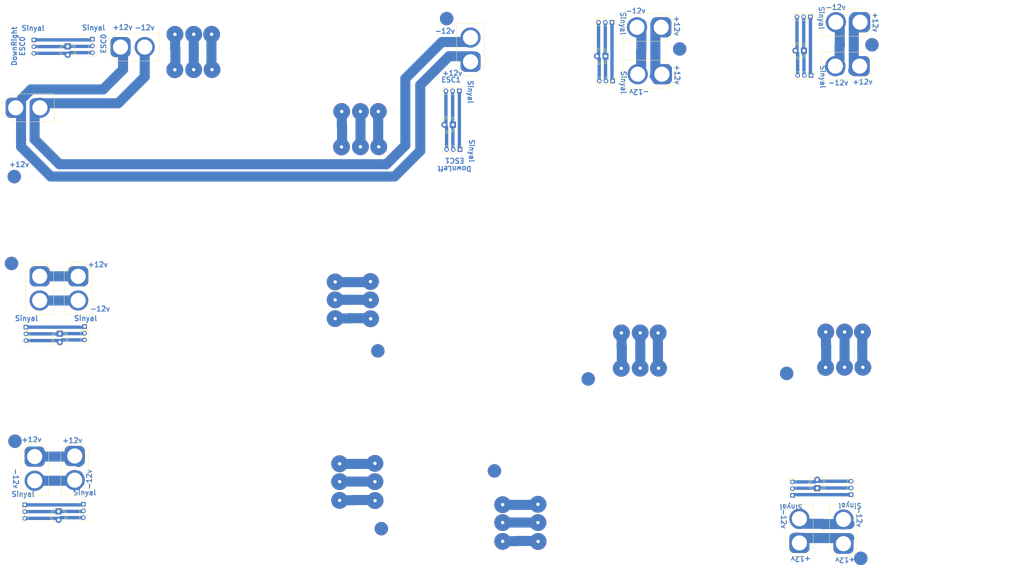
<source format=kicad_pcb>
(kicad_pcb (version 20171130) (host pcbnew "(5.1.6)-1")

  (general
    (thickness 1.6)
    (drawings 45)
    (tracks 227)
    (zones 0)
    (modules 35)
    (nets 1)
  )

  (page A4)
  (layers
    (0 F.Cu signal)
    (31 B.Cu signal)
    (32 B.Adhes user)
    (33 F.Adhes user)
    (34 B.Paste user)
    (35 F.Paste user)
    (36 B.SilkS user)
    (37 F.SilkS user)
    (38 B.Mask user)
    (39 F.Mask user)
    (40 Dwgs.User user)
    (41 Cmts.User user)
    (42 Eco1.User user)
    (43 Eco2.User user)
    (44 Edge.Cuts user)
    (45 Margin user)
    (46 B.CrtYd user)
    (47 F.CrtYd user)
    (48 B.Fab user)
    (49 F.Fab user)
  )

  (setup
    (last_trace_width 3)
    (trace_clearance 0.2)
    (zone_clearance 0.508)
    (zone_45_only no)
    (trace_min 0.2)
    (via_size 1)
    (via_drill 0.4)
    (via_min_size 0.4)
    (via_min_drill 0.3)
    (uvia_size 0.3)
    (uvia_drill 0.1)
    (uvias_allowed no)
    (uvia_min_size 0.2)
    (uvia_min_drill 0.1)
    (edge_width 0.05)
    (segment_width 0.2)
    (pcb_text_width 0.3)
    (pcb_text_size 1.5 1.5)
    (mod_edge_width 0.12)
    (mod_text_size 1 1)
    (mod_text_width 0.15)
    (pad_size 10.16 10.16)
    (pad_drill 3.5)
    (pad_to_mask_clearance 0.05)
    (aux_axis_origin 0 0)
    (visible_elements 7FFFFFFF)
    (pcbplotparams
      (layerselection 0x010fc_ffffffff)
      (usegerberextensions false)
      (usegerberattributes true)
      (usegerberadvancedattributes true)
      (creategerberjobfile true)
      (excludeedgelayer true)
      (linewidth 0.100000)
      (plotframeref false)
      (viasonmask false)
      (mode 1)
      (useauxorigin false)
      (hpglpennumber 1)
      (hpglpenspeed 20)
      (hpglpendiameter 15.000000)
      (psnegative false)
      (psa4output false)
      (plotreference true)
      (plotvalue true)
      (plotinvisibletext false)
      (padsonsilk false)
      (subtractmaskfromsilk false)
      (outputformat 1)
      (mirror false)
      (drillshape 1)
      (scaleselection 1)
      (outputdirectory ""))
  )

  (net 0 "")

  (net_class Default "This is the default net class."
    (clearance 0.2)
    (trace_width 3)
    (via_dia 1)
    (via_drill 0.4)
    (uvia_dia 0.3)
    (uvia_drill 0.1)
  )

  (module Connector_AMASS:AMASS_XT60-F_1x02_P7.20mm_Vertical (layer F.Cu) (tedit 5D6C1D2C) (tstamp 5F4274F6)
    (at 131.10972 154.32786 270)
    (descr "AMASS female XT60, through hole, vertical, https://www.tme.eu/Document/2d152ced3b7a446066e6c419d84bb460/XT60%20SPEC.pdf")
    (tags "XT60 female vertical")
    (fp_text reference REF** (at 3.39344 16.38554 270) (layer F.SilkS) hide
      (effects (font (size 1 1) (thickness 0.15)))
    )
    (fp_text value AMASS_XT60-F_1x02_P7.20mm_Vertical (at 4.9022 13.36548 90) (layer F.Fab) hide
      (effects (font (size 1 1) (thickness 0.15)))
    )
    (fp_text user %R (at 3.6 0.05 90) (layer F.Fab) hide
      (effects (font (size 1 1) (thickness 0.15)))
    )
    (fp_line (start 11.45 -4.15) (end -1.4 -4.15) (layer F.SilkS) (width 0.12))
    (fp_line (start -4.25 -1.6) (end -4.25 1.55) (layer F.SilkS) (width 0.12))
    (fp_line (start -1.4 4.15) (end 11.45 4.15) (layer F.SilkS) (width 0.12))
    (fp_line (start 11.45 4.15) (end 11.45 -4.15) (layer F.SilkS) (width 0.12))
    (fp_line (start -1.4 -4.15) (end -4.25 -1.6) (layer F.SilkS) (width 0.12))
    (fp_line (start -4.25 1.55) (end -1.4 4.15) (layer F.SilkS) (width 0.12))
    (fp_line (start 11.35 -4.05) (end -1.4 -4.05) (layer F.Fab) (width 0.12))
    (fp_line (start -1.4 -4.05) (end -4.15 -1.55) (layer F.Fab) (width 0.12))
    (fp_line (start -4.15 -1.55) (end -4.15 1.55) (layer F.Fab) (width 0.12))
    (fp_line (start -4.15 1.55) (end -1.4 4.05) (layer F.Fab) (width 0.12))
    (fp_line (start -1.4 4.05) (end 11.35 4.05) (layer F.Fab) (width 0.12))
    (fp_line (start 11.35 4.05) (end 11.35 -4.05) (layer F.Fab) (width 0.12))
    (fp_line (start 11.85 -4.6) (end 11.85 4.6) (layer F.CrtYd) (width 0.05))
    (fp_line (start 11.85 4.6) (end -1.6 4.6) (layer F.CrtYd) (width 0.05))
    (fp_line (start -1.6 4.6) (end -4.65 1.85) (layer F.CrtYd) (width 0.05))
    (fp_line (start -4.65 1.85) (end -4.65 -1.85) (layer F.CrtYd) (width 0.05))
    (fp_line (start -4.65 -1.85) (end -1.6 -4.6) (layer F.CrtYd) (width 0.05))
    (fp_line (start -1.6 -4.6) (end 11.85 -4.6) (layer F.CrtYd) (width 0.05))
    (pad 1 thru_hole roundrect (at 0 0 270) (size 6 6) (drill 4.5) (layers *.Cu *.Mask) (roundrect_rratio 0.25))
    (pad 2 thru_hole circle (at 7.2 0 270) (size 6 6) (drill 4.5) (layers *.Cu *.Mask))
    (model ${KISYS3DMOD}/Connector_AMASS.3dshapes/AMASS_XT60-F_1x02_P7.2mm_Vertical.wrl
      (at (xyz 0 0 0))
      (scale (xyz 1 1 1))
      (rotate (xyz 0 0 0))
    )
  )

  (module Connector_AMASS:AMASS_XT60-F_1x02_P7.20mm_Vertical (layer F.Cu) (tedit 5D6C1D2C) (tstamp 5F427474)
    (at 346.75064 180.20792 90)
    (descr "AMASS female XT60, through hole, vertical, https://www.tme.eu/Document/2d152ced3b7a446066e6c419d84bb460/XT60%20SPEC.pdf")
    (tags "XT60 female vertical")
    (fp_text reference REF** (at 3.39344 16.38554 270) (layer F.SilkS) hide
      (effects (font (size 1 1) (thickness 0.15)))
    )
    (fp_text value AMASS_XT60-F_1x02_P7.20mm_Vertical (at 4.9022 13.36548 90) (layer F.Fab) hide
      (effects (font (size 1 1) (thickness 0.15)))
    )
    (fp_line (start -1.6 -4.6) (end 11.85 -4.6) (layer F.CrtYd) (width 0.05))
    (fp_line (start -4.65 -1.85) (end -1.6 -4.6) (layer F.CrtYd) (width 0.05))
    (fp_line (start -4.65 1.85) (end -4.65 -1.85) (layer F.CrtYd) (width 0.05))
    (fp_line (start -1.6 4.6) (end -4.65 1.85) (layer F.CrtYd) (width 0.05))
    (fp_line (start 11.85 4.6) (end -1.6 4.6) (layer F.CrtYd) (width 0.05))
    (fp_line (start 11.85 -4.6) (end 11.85 4.6) (layer F.CrtYd) (width 0.05))
    (fp_line (start 11.35 4.05) (end 11.35 -4.05) (layer F.Fab) (width 0.12))
    (fp_line (start -1.4 4.05) (end 11.35 4.05) (layer F.Fab) (width 0.12))
    (fp_line (start -4.15 1.55) (end -1.4 4.05) (layer F.Fab) (width 0.12))
    (fp_line (start -4.15 -1.55) (end -4.15 1.55) (layer F.Fab) (width 0.12))
    (fp_line (start -1.4 -4.05) (end -4.15 -1.55) (layer F.Fab) (width 0.12))
    (fp_line (start 11.35 -4.05) (end -1.4 -4.05) (layer F.Fab) (width 0.12))
    (fp_line (start -4.25 1.55) (end -1.4 4.15) (layer F.SilkS) (width 0.12))
    (fp_line (start -1.4 -4.15) (end -4.25 -1.6) (layer F.SilkS) (width 0.12))
    (fp_line (start 11.45 4.15) (end 11.45 -4.15) (layer F.SilkS) (width 0.12))
    (fp_line (start -1.4 4.15) (end 11.45 4.15) (layer F.SilkS) (width 0.12))
    (fp_line (start -4.25 -1.6) (end -4.25 1.55) (layer F.SilkS) (width 0.12))
    (fp_line (start 11.45 -4.15) (end -1.4 -4.15) (layer F.SilkS) (width 0.12))
    (fp_text user %R (at 3.6 0.05 90) (layer F.Fab) hide
      (effects (font (size 1 1) (thickness 0.15)))
    )
    (pad 2 thru_hole circle (at 7.2 0 90) (size 6 6) (drill 4.5) (layers *.Cu *.Mask))
    (pad 1 thru_hole roundrect (at 0 0 90) (size 6 6) (drill 4.5) (layers *.Cu *.Mask) (roundrect_rratio 0.25))
    (model ${KISYS3DMOD}/Connector_AMASS.3dshapes/AMASS_XT60-F_1x02_P7.2mm_Vertical.wrl
      (at (xyz 0 0 0))
      (scale (xyz 1 1 1))
      (rotate (xyz 0 0 0))
    )
  )

  (module Connector_AMASS:AMASS_XT60-F_1x02_P7.20mm_Vertical (layer F.Cu) (tedit 5D6C1D2C) (tstamp 5F42741A)
    (at 119.20982 154.50566 270)
    (descr "AMASS female XT60, through hole, vertical, https://www.tme.eu/Document/2d152ced3b7a446066e6c419d84bb460/XT60%20SPEC.pdf")
    (tags "XT60 female vertical")
    (fp_text reference REF** (at 3.39344 16.38554 270) (layer F.SilkS) hide
      (effects (font (size 1 1) (thickness 0.15)))
    )
    (fp_text value AMASS_XT60-F_1x02_P7.20mm_Vertical (at 4.9022 13.36548 90) (layer F.Fab) hide
      (effects (font (size 1 1) (thickness 0.15)))
    )
    (fp_line (start -1.6 -4.6) (end 11.85 -4.6) (layer F.CrtYd) (width 0.05))
    (fp_line (start -4.65 -1.85) (end -1.6 -4.6) (layer F.CrtYd) (width 0.05))
    (fp_line (start -4.65 1.85) (end -4.65 -1.85) (layer F.CrtYd) (width 0.05))
    (fp_line (start -1.6 4.6) (end -4.65 1.85) (layer F.CrtYd) (width 0.05))
    (fp_line (start 11.85 4.6) (end -1.6 4.6) (layer F.CrtYd) (width 0.05))
    (fp_line (start 11.85 -4.6) (end 11.85 4.6) (layer F.CrtYd) (width 0.05))
    (fp_line (start 11.35 4.05) (end 11.35 -4.05) (layer F.Fab) (width 0.12))
    (fp_line (start -1.4 4.05) (end 11.35 4.05) (layer F.Fab) (width 0.12))
    (fp_line (start -4.15 1.55) (end -1.4 4.05) (layer F.Fab) (width 0.12))
    (fp_line (start -4.15 -1.55) (end -4.15 1.55) (layer F.Fab) (width 0.12))
    (fp_line (start -1.4 -4.05) (end -4.15 -1.55) (layer F.Fab) (width 0.12))
    (fp_line (start 11.35 -4.05) (end -1.4 -4.05) (layer F.Fab) (width 0.12))
    (fp_line (start -4.25 1.55) (end -1.4 4.15) (layer F.SilkS) (width 0.12))
    (fp_line (start -1.4 -4.15) (end -4.25 -1.6) (layer F.SilkS) (width 0.12))
    (fp_line (start 11.45 4.15) (end 11.45 -4.15) (layer F.SilkS) (width 0.12))
    (fp_line (start -1.4 4.15) (end 11.45 4.15) (layer F.SilkS) (width 0.12))
    (fp_line (start -4.25 -1.6) (end -4.25 1.55) (layer F.SilkS) (width 0.12))
    (fp_line (start 11.45 -4.15) (end -1.4 -4.15) (layer F.SilkS) (width 0.12))
    (fp_text user %R (at 3.6 0.05 90) (layer F.Fab) hide
      (effects (font (size 1 1) (thickness 0.15)))
    )
    (pad 2 thru_hole circle (at 7.2 0 270) (size 6 6) (drill 4.5) (layers *.Cu *.Mask))
    (pad 1 thru_hole roundrect (at 0 0 270) (size 6 6) (drill 4.5) (layers *.Cu *.Mask) (roundrect_rratio 0.25))
    (model ${KISYS3DMOD}/Connector_AMASS.3dshapes/AMASS_XT60-F_1x02_P7.2mm_Vertical.wrl
      (at (xyz 0 0 0))
      (scale (xyz 1 1 1))
      (rotate (xyz 0 0 0))
    )
  )

  (module Connector_AMASS:AMASS_XT60-F_1x02_P7.20mm_Vertical (layer F.Cu) (tedit 5D6C1D2C) (tstamp 5F4273E8)
    (at 359.86212 180.41874 90)
    (descr "AMASS female XT60, through hole, vertical, https://www.tme.eu/Document/2d152ced3b7a446066e6c419d84bb460/XT60%20SPEC.pdf")
    (tags "XT60 female vertical")
    (fp_text reference REF** (at 3.39344 16.38554 270) (layer F.SilkS) hide
      (effects (font (size 1 1) (thickness 0.15)))
    )
    (fp_text value AMASS_XT60-F_1x02_P7.20mm_Vertical (at 4.9022 13.36548 90) (layer F.Fab) hide
      (effects (font (size 1 1) (thickness 0.15)))
    )
    (fp_text user %R (at 3.6 0.05 90) (layer F.Fab) hide
      (effects (font (size 1 1) (thickness 0.15)))
    )
    (fp_line (start 11.45 -4.15) (end -1.4 -4.15) (layer F.SilkS) (width 0.12))
    (fp_line (start -4.25 -1.6) (end -4.25 1.55) (layer F.SilkS) (width 0.12))
    (fp_line (start -1.4 4.15) (end 11.45 4.15) (layer F.SilkS) (width 0.12))
    (fp_line (start 11.45 4.15) (end 11.45 -4.15) (layer F.SilkS) (width 0.12))
    (fp_line (start -1.4 -4.15) (end -4.25 -1.6) (layer F.SilkS) (width 0.12))
    (fp_line (start -4.25 1.55) (end -1.4 4.15) (layer F.SilkS) (width 0.12))
    (fp_line (start 11.35 -4.05) (end -1.4 -4.05) (layer F.Fab) (width 0.12))
    (fp_line (start -1.4 -4.05) (end -4.15 -1.55) (layer F.Fab) (width 0.12))
    (fp_line (start -4.15 -1.55) (end -4.15 1.55) (layer F.Fab) (width 0.12))
    (fp_line (start -4.15 1.55) (end -1.4 4.05) (layer F.Fab) (width 0.12))
    (fp_line (start -1.4 4.05) (end 11.35 4.05) (layer F.Fab) (width 0.12))
    (fp_line (start 11.35 4.05) (end 11.35 -4.05) (layer F.Fab) (width 0.12))
    (fp_line (start 11.85 -4.6) (end 11.85 4.6) (layer F.CrtYd) (width 0.05))
    (fp_line (start 11.85 4.6) (end -1.6 4.6) (layer F.CrtYd) (width 0.05))
    (fp_line (start -1.6 4.6) (end -4.65 1.85) (layer F.CrtYd) (width 0.05))
    (fp_line (start -4.65 1.85) (end -4.65 -1.85) (layer F.CrtYd) (width 0.05))
    (fp_line (start -4.65 -1.85) (end -1.6 -4.6) (layer F.CrtYd) (width 0.05))
    (fp_line (start -1.6 -4.6) (end 11.85 -4.6) (layer F.CrtYd) (width 0.05))
    (pad 1 thru_hole roundrect (at 0 0 90) (size 6 6) (drill 4.5) (layers *.Cu *.Mask) (roundrect_rratio 0.25))
    (pad 2 thru_hole circle (at 7.2 0 90) (size 6 6) (drill 4.5) (layers *.Cu *.Mask))
    (model ${KISYS3DMOD}/Connector_AMASS.3dshapes/AMASS_XT60-F_1x02_P7.2mm_Vertical.wrl
      (at (xyz 0 0 0))
      (scale (xyz 1 1 1))
      (rotate (xyz 0 0 0))
    )
  )

  (module Connector_AMASS:AMASS_XT60-F_1x02_P7.20mm_Vertical (layer F.Cu) (tedit 5D6C1D2C) (tstamp 5F427229)
    (at 305.83886 40.72636 180)
    (descr "AMASS female XT60, through hole, vertical, https://www.tme.eu/Document/2d152ced3b7a446066e6c419d84bb460/XT60%20SPEC.pdf")
    (tags "XT60 female vertical")
    (fp_text reference REF** (at 3.39344 16.38554 180) (layer F.SilkS) hide
      (effects (font (size 1 1) (thickness 0.15)))
    )
    (fp_text value AMASS_XT60-F_1x02_P7.20mm_Vertical (at 4.9022 13.36548) (layer F.Fab) hide
      (effects (font (size 1 1) (thickness 0.15)))
    )
    (fp_line (start -1.6 -4.6) (end 11.85 -4.6) (layer F.CrtYd) (width 0.05))
    (fp_line (start -4.65 -1.85) (end -1.6 -4.6) (layer F.CrtYd) (width 0.05))
    (fp_line (start -4.65 1.85) (end -4.65 -1.85) (layer F.CrtYd) (width 0.05))
    (fp_line (start -1.6 4.6) (end -4.65 1.85) (layer F.CrtYd) (width 0.05))
    (fp_line (start 11.85 4.6) (end -1.6 4.6) (layer F.CrtYd) (width 0.05))
    (fp_line (start 11.85 -4.6) (end 11.85 4.6) (layer F.CrtYd) (width 0.05))
    (fp_line (start 11.35 4.05) (end 11.35 -4.05) (layer F.Fab) (width 0.12))
    (fp_line (start -1.4 4.05) (end 11.35 4.05) (layer F.Fab) (width 0.12))
    (fp_line (start -4.15 1.55) (end -1.4 4.05) (layer F.Fab) (width 0.12))
    (fp_line (start -4.15 -1.55) (end -4.15 1.55) (layer F.Fab) (width 0.12))
    (fp_line (start -1.4 -4.05) (end -4.15 -1.55) (layer F.Fab) (width 0.12))
    (fp_line (start 11.35 -4.05) (end -1.4 -4.05) (layer F.Fab) (width 0.12))
    (fp_line (start -4.25 1.55) (end -1.4 4.15) (layer F.SilkS) (width 0.12))
    (fp_line (start -1.4 -4.15) (end -4.25 -1.6) (layer F.SilkS) (width 0.12))
    (fp_line (start 11.45 4.15) (end 11.45 -4.15) (layer F.SilkS) (width 0.12))
    (fp_line (start -1.4 4.15) (end 11.45 4.15) (layer F.SilkS) (width 0.12))
    (fp_line (start -4.25 -1.6) (end -4.25 1.55) (layer F.SilkS) (width 0.12))
    (fp_line (start 11.45 -4.15) (end -1.4 -4.15) (layer F.SilkS) (width 0.12))
    (fp_text user %R (at 3.6 0.05) (layer F.Fab) hide
      (effects (font (size 1 1) (thickness 0.15)))
    )
    (pad 2 thru_hole circle (at 7.2 0 180) (size 6 6) (drill 4.5) (layers *.Cu *.Mask))
    (pad 1 thru_hole roundrect (at 0 0 180) (size 6 6) (drill 4.5) (layers *.Cu *.Mask) (roundrect_rratio 0.25))
    (model ${KISYS3DMOD}/Connector_AMASS.3dshapes/AMASS_XT60-F_1x02_P7.2mm_Vertical.wrl
      (at (xyz 0 0 0))
      (scale (xyz 1 1 1))
      (rotate (xyz 0 0 0))
    )
  )

  (module Connector_AMASS:AMASS_XT60-F_1x02_P7.20mm_Vertical (layer F.Cu) (tedit 5D6C1D2C) (tstamp 5F4271F6)
    (at 364.66526 38.32352 180)
    (descr "AMASS female XT60, through hole, vertical, https://www.tme.eu/Document/2d152ced3b7a446066e6c419d84bb460/XT60%20SPEC.pdf")
    (tags "XT60 female vertical")
    (fp_text reference REF** (at 3.39344 16.38554 180) (layer F.SilkS) hide
      (effects (font (size 1 1) (thickness 0.15)))
    )
    (fp_text value AMASS_XT60-F_1x02_P7.20mm_Vertical (at 4.9022 13.36548) (layer F.Fab) hide
      (effects (font (size 1 1) (thickness 0.15)))
    )
    (fp_text user %R (at 3.6 0.05) (layer F.Fab) hide
      (effects (font (size 1 1) (thickness 0.15)))
    )
    (fp_line (start 11.45 -4.15) (end -1.4 -4.15) (layer F.SilkS) (width 0.12))
    (fp_line (start -4.25 -1.6) (end -4.25 1.55) (layer F.SilkS) (width 0.12))
    (fp_line (start -1.4 4.15) (end 11.45 4.15) (layer F.SilkS) (width 0.12))
    (fp_line (start 11.45 4.15) (end 11.45 -4.15) (layer F.SilkS) (width 0.12))
    (fp_line (start -1.4 -4.15) (end -4.25 -1.6) (layer F.SilkS) (width 0.12))
    (fp_line (start -4.25 1.55) (end -1.4 4.15) (layer F.SilkS) (width 0.12))
    (fp_line (start 11.35 -4.05) (end -1.4 -4.05) (layer F.Fab) (width 0.12))
    (fp_line (start -1.4 -4.05) (end -4.15 -1.55) (layer F.Fab) (width 0.12))
    (fp_line (start -4.15 -1.55) (end -4.15 1.55) (layer F.Fab) (width 0.12))
    (fp_line (start -4.15 1.55) (end -1.4 4.05) (layer F.Fab) (width 0.12))
    (fp_line (start -1.4 4.05) (end 11.35 4.05) (layer F.Fab) (width 0.12))
    (fp_line (start 11.35 4.05) (end 11.35 -4.05) (layer F.Fab) (width 0.12))
    (fp_line (start 11.85 -4.6) (end 11.85 4.6) (layer F.CrtYd) (width 0.05))
    (fp_line (start 11.85 4.6) (end -1.6 4.6) (layer F.CrtYd) (width 0.05))
    (fp_line (start -1.6 4.6) (end -4.65 1.85) (layer F.CrtYd) (width 0.05))
    (fp_line (start -4.65 1.85) (end -4.65 -1.85) (layer F.CrtYd) (width 0.05))
    (fp_line (start -4.65 -1.85) (end -1.6 -4.6) (layer F.CrtYd) (width 0.05))
    (fp_line (start -1.6 -4.6) (end 11.85 -4.6) (layer F.CrtYd) (width 0.05))
    (pad 1 thru_hole roundrect (at 0 0 180) (size 6 6) (drill 4.5) (layers *.Cu *.Mask) (roundrect_rratio 0.25))
    (pad 2 thru_hole circle (at 7.2 0 180) (size 6 6) (drill 4.5) (layers *.Cu *.Mask))
    (model ${KISYS3DMOD}/Connector_AMASS.3dshapes/AMASS_XT60-F_1x02_P7.2mm_Vertical.wrl
      (at (xyz 0 0 0))
      (scale (xyz 1 1 1))
      (rotate (xyz 0 0 0))
    )
  )

  (module Connector_AMASS:AMASS_XT60-F_1x02_P7.20mm_Vertical (layer F.Cu) (tedit 5D6C1D2C) (tstamp 5F4271C5)
    (at 364.79226 25.25522 180)
    (descr "AMASS female XT60, through hole, vertical, https://www.tme.eu/Document/2d152ced3b7a446066e6c419d84bb460/XT60%20SPEC.pdf")
    (tags "XT60 female vertical")
    (fp_text reference REF** (at 3.39344 16.38554 180) (layer F.SilkS) hide
      (effects (font (size 1 1) (thickness 0.15)))
    )
    (fp_text value AMASS_XT60-F_1x02_P7.20mm_Vertical (at 4.9022 13.36548) (layer F.Fab) hide
      (effects (font (size 1 1) (thickness 0.15)))
    )
    (fp_line (start -1.6 -4.6) (end 11.85 -4.6) (layer F.CrtYd) (width 0.05))
    (fp_line (start -4.65 -1.85) (end -1.6 -4.6) (layer F.CrtYd) (width 0.05))
    (fp_line (start -4.65 1.85) (end -4.65 -1.85) (layer F.CrtYd) (width 0.05))
    (fp_line (start -1.6 4.6) (end -4.65 1.85) (layer F.CrtYd) (width 0.05))
    (fp_line (start 11.85 4.6) (end -1.6 4.6) (layer F.CrtYd) (width 0.05))
    (fp_line (start 11.85 -4.6) (end 11.85 4.6) (layer F.CrtYd) (width 0.05))
    (fp_line (start 11.35 4.05) (end 11.35 -4.05) (layer F.Fab) (width 0.12))
    (fp_line (start -1.4 4.05) (end 11.35 4.05) (layer F.Fab) (width 0.12))
    (fp_line (start -4.15 1.55) (end -1.4 4.05) (layer F.Fab) (width 0.12))
    (fp_line (start -4.15 -1.55) (end -4.15 1.55) (layer F.Fab) (width 0.12))
    (fp_line (start -1.4 -4.05) (end -4.15 -1.55) (layer F.Fab) (width 0.12))
    (fp_line (start 11.35 -4.05) (end -1.4 -4.05) (layer F.Fab) (width 0.12))
    (fp_line (start -4.25 1.55) (end -1.4 4.15) (layer F.SilkS) (width 0.12))
    (fp_line (start -1.4 -4.15) (end -4.25 -1.6) (layer F.SilkS) (width 0.12))
    (fp_line (start 11.45 4.15) (end 11.45 -4.15) (layer F.SilkS) (width 0.12))
    (fp_line (start -1.4 4.15) (end 11.45 4.15) (layer F.SilkS) (width 0.12))
    (fp_line (start -4.25 -1.6) (end -4.25 1.55) (layer F.SilkS) (width 0.12))
    (fp_line (start 11.45 -4.15) (end -1.4 -4.15) (layer F.SilkS) (width 0.12))
    (fp_text user %R (at 3.6 0.05) (layer F.Fab) hide
      (effects (font (size 1 1) (thickness 0.15)))
    )
    (pad 2 thru_hole circle (at 7.2 0 180) (size 6 6) (drill 4.5) (layers *.Cu *.Mask))
    (pad 1 thru_hole roundrect (at 0 0 180) (size 6 6) (drill 4.5) (layers *.Cu *.Mask) (roundrect_rratio 0.25))
    (model ${KISYS3DMOD}/Connector_AMASS.3dshapes/AMASS_XT60-F_1x02_P7.2mm_Vertical.wrl
      (at (xyz 0 0 0))
      (scale (xyz 1 1 1))
      (rotate (xyz 0 0 0))
    )
  )

  (module Connector_AMASS:AMASS_XT60-F_1x02_P7.20mm_Vertical (layer F.Cu) (tedit 5D6C1D2C) (tstamp 5F427194)
    (at 305.62804 26.7716 180)
    (descr "AMASS female XT60, through hole, vertical, https://www.tme.eu/Document/2d152ced3b7a446066e6c419d84bb460/XT60%20SPEC.pdf")
    (tags "XT60 female vertical")
    (fp_text reference REF** (at 3.39344 16.38554 180) (layer F.SilkS) hide
      (effects (font (size 1 1) (thickness 0.15)))
    )
    (fp_text value AMASS_XT60-F_1x02_P7.20mm_Vertical (at 4.9022 13.36548) (layer F.Fab) hide
      (effects (font (size 1 1) (thickness 0.15)))
    )
    (fp_text user %R (at 3.6 0.05) (layer F.Fab) hide
      (effects (font (size 1 1) (thickness 0.15)))
    )
    (fp_line (start 11.45 -4.15) (end -1.4 -4.15) (layer F.SilkS) (width 0.12))
    (fp_line (start -4.25 -1.6) (end -4.25 1.55) (layer F.SilkS) (width 0.12))
    (fp_line (start -1.4 4.15) (end 11.45 4.15) (layer F.SilkS) (width 0.12))
    (fp_line (start 11.45 4.15) (end 11.45 -4.15) (layer F.SilkS) (width 0.12))
    (fp_line (start -1.4 -4.15) (end -4.25 -1.6) (layer F.SilkS) (width 0.12))
    (fp_line (start -4.25 1.55) (end -1.4 4.15) (layer F.SilkS) (width 0.12))
    (fp_line (start 11.35 -4.05) (end -1.4 -4.05) (layer F.Fab) (width 0.12))
    (fp_line (start -1.4 -4.05) (end -4.15 -1.55) (layer F.Fab) (width 0.12))
    (fp_line (start -4.15 -1.55) (end -4.15 1.55) (layer F.Fab) (width 0.12))
    (fp_line (start -4.15 1.55) (end -1.4 4.05) (layer F.Fab) (width 0.12))
    (fp_line (start -1.4 4.05) (end 11.35 4.05) (layer F.Fab) (width 0.12))
    (fp_line (start 11.35 4.05) (end 11.35 -4.05) (layer F.Fab) (width 0.12))
    (fp_line (start 11.85 -4.6) (end 11.85 4.6) (layer F.CrtYd) (width 0.05))
    (fp_line (start 11.85 4.6) (end -1.6 4.6) (layer F.CrtYd) (width 0.05))
    (fp_line (start -1.6 4.6) (end -4.65 1.85) (layer F.CrtYd) (width 0.05))
    (fp_line (start -4.65 1.85) (end -4.65 -1.85) (layer F.CrtYd) (width 0.05))
    (fp_line (start -4.65 -1.85) (end -1.6 -4.6) (layer F.CrtYd) (width 0.05))
    (fp_line (start -1.6 -4.6) (end 11.85 -4.6) (layer F.CrtYd) (width 0.05))
    (pad 1 thru_hole roundrect (at 0 0 180) (size 6 6) (drill 4.5) (layers *.Cu *.Mask) (roundrect_rratio 0.25))
    (pad 2 thru_hole circle (at 7.2 0 180) (size 6 6) (drill 4.5) (layers *.Cu *.Mask))
    (model ${KISYS3DMOD}/Connector_AMASS.3dshapes/AMASS_XT60-F_1x02_P7.2mm_Vertical.wrl
      (at (xyz 0 0 0))
      (scale (xyz 1 1 1))
      (rotate (xyz 0 0 0))
    )
  )

  (module Connector_AMASS:AMASS_XT60-F_1x02_P7.20mm_Vertical (layer F.Cu) (tedit 5D6C1D2C) (tstamp 5F427054)
    (at 248.88698 37.02558 90)
    (descr "AMASS female XT60, through hole, vertical, https://www.tme.eu/Document/2d152ced3b7a446066e6c419d84bb460/XT60%20SPEC.pdf")
    (tags "XT60 female vertical")
    (fp_text reference REF** (at 3.39344 16.38554 270) (layer F.SilkS) hide
      (effects (font (size 1 1) (thickness 0.15)))
    )
    (fp_text value AMASS_XT60-F_1x02_P7.20mm_Vertical (at 4.9022 13.36548 90) (layer F.Fab) hide
      (effects (font (size 1 1) (thickness 0.15)))
    )
    (fp_line (start -1.6 -4.6) (end 11.85 -4.6) (layer F.CrtYd) (width 0.05))
    (fp_line (start -4.65 -1.85) (end -1.6 -4.6) (layer F.CrtYd) (width 0.05))
    (fp_line (start -4.65 1.85) (end -4.65 -1.85) (layer F.CrtYd) (width 0.05))
    (fp_line (start -1.6 4.6) (end -4.65 1.85) (layer F.CrtYd) (width 0.05))
    (fp_line (start 11.85 4.6) (end -1.6 4.6) (layer F.CrtYd) (width 0.05))
    (fp_line (start 11.85 -4.6) (end 11.85 4.6) (layer F.CrtYd) (width 0.05))
    (fp_line (start 11.35 4.05) (end 11.35 -4.05) (layer F.Fab) (width 0.12))
    (fp_line (start -1.4 4.05) (end 11.35 4.05) (layer F.Fab) (width 0.12))
    (fp_line (start -4.15 1.55) (end -1.4 4.05) (layer F.Fab) (width 0.12))
    (fp_line (start -4.15 -1.55) (end -4.15 1.55) (layer F.Fab) (width 0.12))
    (fp_line (start -1.4 -4.05) (end -4.15 -1.55) (layer F.Fab) (width 0.12))
    (fp_line (start 11.35 -4.05) (end -1.4 -4.05) (layer F.Fab) (width 0.12))
    (fp_line (start -4.25 1.55) (end -1.4 4.15) (layer F.SilkS) (width 0.12))
    (fp_line (start -1.4 -4.15) (end -4.25 -1.6) (layer F.SilkS) (width 0.12))
    (fp_line (start 11.45 4.15) (end 11.45 -4.15) (layer F.SilkS) (width 0.12))
    (fp_line (start -1.4 4.15) (end 11.45 4.15) (layer F.SilkS) (width 0.12))
    (fp_line (start -4.25 -1.6) (end -4.25 1.55) (layer F.SilkS) (width 0.12))
    (fp_line (start 11.45 -4.15) (end -1.4 -4.15) (layer F.SilkS) (width 0.12))
    (fp_text user %R (at 3.6 0.05 90) (layer F.Fab) hide
      (effects (font (size 1 1) (thickness 0.15)))
    )
    (pad 2 thru_hole circle (at 7.2 0 90) (size 6 6) (drill 4.5) (layers *.Cu *.Mask))
    (pad 1 thru_hole roundrect (at 0 0 90) (size 6 6) (drill 4.5) (layers *.Cu *.Mask) (roundrect_rratio 0.25))
    (model ${KISYS3DMOD}/Connector_AMASS.3dshapes/AMASS_XT60-F_1x02_P7.2mm_Vertical.wrl
      (at (xyz 0 0 0))
      (scale (xyz 1 1 1))
      (rotate (xyz 0 0 0))
    )
  )

  (module Connector_AMASS:AMASS_XT60-F_1x02_P7.20mm_Vertical (layer F.Cu) (tedit 5D6C1D2C) (tstamp 5F426F5A)
    (at 113.55578 50.72888)
    (descr "AMASS female XT60, through hole, vertical, https://www.tme.eu/Document/2d152ced3b7a446066e6c419d84bb460/XT60%20SPEC.pdf")
    (tags "XT60 female vertical")
    (fp_text reference REF** (at 3.39344 16.38554 180) (layer F.SilkS) hide
      (effects (font (size 1 1) (thickness 0.15)))
    )
    (fp_text value AMASS_XT60-F_1x02_P7.20mm_Vertical (at 4.9022 13.36548) (layer F.Fab) hide
      (effects (font (size 1 1) (thickness 0.15)))
    )
    (fp_text user %R (at 3.6 0.05) (layer F.Fab) hide
      (effects (font (size 1 1) (thickness 0.15)))
    )
    (fp_line (start 11.45 -4.15) (end -1.4 -4.15) (layer F.SilkS) (width 0.12))
    (fp_line (start -4.25 -1.6) (end -4.25 1.55) (layer F.SilkS) (width 0.12))
    (fp_line (start -1.4 4.15) (end 11.45 4.15) (layer F.SilkS) (width 0.12))
    (fp_line (start 11.45 4.15) (end 11.45 -4.15) (layer F.SilkS) (width 0.12))
    (fp_line (start -1.4 -4.15) (end -4.25 -1.6) (layer F.SilkS) (width 0.12))
    (fp_line (start -4.25 1.55) (end -1.4 4.15) (layer F.SilkS) (width 0.12))
    (fp_line (start 11.35 -4.05) (end -1.4 -4.05) (layer F.Fab) (width 0.12))
    (fp_line (start -1.4 -4.05) (end -4.15 -1.55) (layer F.Fab) (width 0.12))
    (fp_line (start -4.15 -1.55) (end -4.15 1.55) (layer F.Fab) (width 0.12))
    (fp_line (start -4.15 1.55) (end -1.4 4.05) (layer F.Fab) (width 0.12))
    (fp_line (start -1.4 4.05) (end 11.35 4.05) (layer F.Fab) (width 0.12))
    (fp_line (start 11.35 4.05) (end 11.35 -4.05) (layer F.Fab) (width 0.12))
    (fp_line (start 11.85 -4.6) (end 11.85 4.6) (layer F.CrtYd) (width 0.05))
    (fp_line (start 11.85 4.6) (end -1.6 4.6) (layer F.CrtYd) (width 0.05))
    (fp_line (start -1.6 4.6) (end -4.65 1.85) (layer F.CrtYd) (width 0.05))
    (fp_line (start -4.65 1.85) (end -4.65 -1.85) (layer F.CrtYd) (width 0.05))
    (fp_line (start -4.65 -1.85) (end -1.6 -4.6) (layer F.CrtYd) (width 0.05))
    (fp_line (start -1.6 -4.6) (end 11.85 -4.6) (layer F.CrtYd) (width 0.05))
    (pad 1 thru_hole roundrect (at 0 0) (size 6 6) (drill 4.5) (layers *.Cu *.Mask) (roundrect_rratio 0.25))
    (pad 2 thru_hole circle (at 7.2 0) (size 6 6) (drill 4.5) (layers *.Cu *.Mask))
    (model ${KISYS3DMOD}/Connector_AMASS.3dshapes/AMASS_XT60-F_1x02_P7.2mm_Vertical.wrl
      (at (xyz 0 0 0))
      (scale (xyz 1 1 1))
      (rotate (xyz 0 0 0))
    )
  )

  (module Connector_AMASS:AMASS_XT60-F_1x02_P7.20mm_Vertical (layer F.Cu) (tedit 5D6C1D2C) (tstamp 5F426E6C)
    (at 144.74444 32.65678)
    (descr "AMASS female XT60, through hole, vertical, https://www.tme.eu/Document/2d152ced3b7a446066e6c419d84bb460/XT60%20SPEC.pdf")
    (tags "XT60 female vertical")
    (fp_text reference REF** (at 3.39344 16.38554 180) (layer F.SilkS) hide
      (effects (font (size 1 1) (thickness 0.15)))
    )
    (fp_text value AMASS_XT60-F_1x02_P7.20mm_Vertical (at 4.9022 13.36548) (layer F.Fab) hide
      (effects (font (size 1 1) (thickness 0.15)))
    )
    (fp_line (start -1.6 -4.6) (end 11.85 -4.6) (layer F.CrtYd) (width 0.05))
    (fp_line (start -4.65 -1.85) (end -1.6 -4.6) (layer F.CrtYd) (width 0.05))
    (fp_line (start -4.65 1.85) (end -4.65 -1.85) (layer F.CrtYd) (width 0.05))
    (fp_line (start -1.6 4.6) (end -4.65 1.85) (layer F.CrtYd) (width 0.05))
    (fp_line (start 11.85 4.6) (end -1.6 4.6) (layer F.CrtYd) (width 0.05))
    (fp_line (start 11.85 -4.6) (end 11.85 4.6) (layer F.CrtYd) (width 0.05))
    (fp_line (start 11.35 4.05) (end 11.35 -4.05) (layer F.Fab) (width 0.12))
    (fp_line (start -1.4 4.05) (end 11.35 4.05) (layer F.Fab) (width 0.12))
    (fp_line (start -4.15 1.55) (end -1.4 4.05) (layer F.Fab) (width 0.12))
    (fp_line (start -4.15 -1.55) (end -4.15 1.55) (layer F.Fab) (width 0.12))
    (fp_line (start -1.4 -4.05) (end -4.15 -1.55) (layer F.Fab) (width 0.12))
    (fp_line (start 11.35 -4.05) (end -1.4 -4.05) (layer F.Fab) (width 0.12))
    (fp_line (start -4.25 1.55) (end -1.4 4.15) (layer F.SilkS) (width 0.12))
    (fp_line (start -1.4 -4.15) (end -4.25 -1.6) (layer F.SilkS) (width 0.12))
    (fp_line (start 11.45 4.15) (end 11.45 -4.15) (layer F.SilkS) (width 0.12))
    (fp_line (start -1.4 4.15) (end 11.45 4.15) (layer F.SilkS) (width 0.12))
    (fp_line (start -4.25 -1.6) (end -4.25 1.55) (layer F.SilkS) (width 0.12))
    (fp_line (start 11.45 -4.15) (end -1.4 -4.15) (layer F.SilkS) (width 0.12))
    (fp_text user %R (at 3.6 0.05) (layer F.Fab) hide
      (effects (font (size 1 1) (thickness 0.15)))
    )
    (pad 2 thru_hole circle (at 7.2 0) (size 6 6) (drill 4.5) (layers *.Cu *.Mask))
    (pad 1 thru_hole roundrect (at 0 0) (size 6 6) (drill 4.5) (layers *.Cu *.Mask) (roundrect_rratio 0.25))
    (model ${KISYS3DMOD}/Connector_AMASS.3dshapes/AMASS_XT60-F_1x02_P7.2mm_Vertical.wrl
      (at (xyz 0 0 0))
      (scale (xyz 1 1 1))
      (rotate (xyz 0 0 0))
    )
  )

  (module Connector_AMASS:AMASS_XT60-F_1x02_P7.20mm_Vertical (layer F.Cu) (tedit 5D6C1D2C) (tstamp 5F42465E)
    (at 132.1435 100.86594 270)
    (descr "AMASS female XT60, through hole, vertical, https://www.tme.eu/Document/2d152ced3b7a446066e6c419d84bb460/XT60%20SPEC.pdf")
    (tags "XT60 female vertical")
    (fp_text reference REF** (at 3.39344 16.38554 270) (layer F.SilkS) hide
      (effects (font (size 1 1) (thickness 0.15)))
    )
    (fp_text value AMASS_XT60-F_1x02_P7.20mm_Vertical (at 4.9022 13.36548 90) (layer F.Fab) hide
      (effects (font (size 1 1) (thickness 0.15)))
    )
    (fp_line (start 11.45 -4.15) (end -1.4 -4.15) (layer F.SilkS) (width 0.12))
    (fp_line (start -4.25 -1.6) (end -4.25 1.55) (layer F.SilkS) (width 0.12))
    (fp_line (start -1.4 4.15) (end 11.45 4.15) (layer F.SilkS) (width 0.12))
    (fp_line (start 11.45 4.15) (end 11.45 -4.15) (layer F.SilkS) (width 0.12))
    (fp_line (start -1.4 -4.15) (end -4.25 -1.6) (layer F.SilkS) (width 0.12))
    (fp_line (start -4.25 1.55) (end -1.4 4.15) (layer F.SilkS) (width 0.12))
    (fp_line (start 11.35 -4.05) (end -1.4 -4.05) (layer F.Fab) (width 0.12))
    (fp_line (start -1.4 -4.05) (end -4.15 -1.55) (layer F.Fab) (width 0.12))
    (fp_line (start -4.15 -1.55) (end -4.15 1.55) (layer F.Fab) (width 0.12))
    (fp_line (start -4.15 1.55) (end -1.4 4.05) (layer F.Fab) (width 0.12))
    (fp_line (start -1.4 4.05) (end 11.35 4.05) (layer F.Fab) (width 0.12))
    (fp_line (start 11.35 4.05) (end 11.35 -4.05) (layer F.Fab) (width 0.12))
    (fp_line (start 11.85 -4.6) (end 11.85 4.6) (layer F.CrtYd) (width 0.05))
    (fp_line (start 11.85 4.6) (end -1.6 4.6) (layer F.CrtYd) (width 0.05))
    (fp_line (start -1.6 4.6) (end -4.65 1.85) (layer F.CrtYd) (width 0.05))
    (fp_line (start -4.65 1.85) (end -4.65 -1.85) (layer F.CrtYd) (width 0.05))
    (fp_line (start -4.65 -1.85) (end -1.6 -4.6) (layer F.CrtYd) (width 0.05))
    (fp_line (start -1.6 -4.6) (end 11.85 -4.6) (layer F.CrtYd) (width 0.05))
    (fp_text user %R (at 3.6 0.05 90) (layer F.Fab) hide
      (effects (font (size 1 1) (thickness 0.15)))
    )
    (pad 2 thru_hole circle (at 7.2 0 270) (size 6 6) (drill 4.5) (layers *.Cu *.Mask))
    (pad 1 thru_hole roundrect (at 0 0 270) (size 6 6) (drill 4.5) (layers *.Cu *.Mask) (roundrect_rratio 0.25))
    (model ${KISYS3DMOD}/Connector_AMASS.3dshapes/AMASS_XT60-F_1x02_P7.2mm_Vertical.wrl
      (at (xyz 0 0 0))
      (scale (xyz 1 1 1))
      (rotate (xyz 0 0 0))
    )
  )

  (module Connector_AMASS:AMASS_XT60-F_1x02_P7.20mm_Vertical (layer F.Cu) (tedit 5D6C1D2C) (tstamp 5F42443D)
    (at 120.6881 100.86594 270)
    (descr "AMASS female XT60, through hole, vertical, https://www.tme.eu/Document/2d152ced3b7a446066e6c419d84bb460/XT60%20SPEC.pdf")
    (tags "XT60 female vertical")
    (fp_text reference REF** (at 3.39344 16.38554 270) (layer F.SilkS) hide
      (effects (font (size 1 1) (thickness 0.15)))
    )
    (fp_text value AMASS_XT60-F_1x02_P7.20mm_Vertical (at 4.9022 13.36548 90) (layer F.Fab) hide
      (effects (font (size 1 1) (thickness 0.15)))
    )
    (fp_text user %R (at 3.6 0.05 90) (layer F.Fab) hide
      (effects (font (size 1 1) (thickness 0.15)))
    )
    (fp_line (start 11.45 -4.15) (end -1.4 -4.15) (layer F.SilkS) (width 0.12))
    (fp_line (start -4.25 -1.6) (end -4.25 1.55) (layer F.SilkS) (width 0.12))
    (fp_line (start -1.4 4.15) (end 11.45 4.15) (layer F.SilkS) (width 0.12))
    (fp_line (start 11.45 4.15) (end 11.45 -4.15) (layer F.SilkS) (width 0.12))
    (fp_line (start -1.4 -4.15) (end -4.25 -1.6) (layer F.SilkS) (width 0.12))
    (fp_line (start -4.25 1.55) (end -1.4 4.15) (layer F.SilkS) (width 0.12))
    (fp_line (start 11.35 -4.05) (end -1.4 -4.05) (layer F.Fab) (width 0.12))
    (fp_line (start -1.4 -4.05) (end -4.15 -1.55) (layer F.Fab) (width 0.12))
    (fp_line (start -4.15 -1.55) (end -4.15 1.55) (layer F.Fab) (width 0.12))
    (fp_line (start -4.15 1.55) (end -1.4 4.05) (layer F.Fab) (width 0.12))
    (fp_line (start -1.4 4.05) (end 11.35 4.05) (layer F.Fab) (width 0.12))
    (fp_line (start 11.35 4.05) (end 11.35 -4.05) (layer F.Fab) (width 0.12))
    (fp_line (start 11.85 -4.6) (end 11.85 4.6) (layer F.CrtYd) (width 0.05))
    (fp_line (start 11.85 4.6) (end -1.6 4.6) (layer F.CrtYd) (width 0.05))
    (fp_line (start -1.6 4.6) (end -4.65 1.85) (layer F.CrtYd) (width 0.05))
    (fp_line (start -4.65 1.85) (end -4.65 -1.85) (layer F.CrtYd) (width 0.05))
    (fp_line (start -4.65 -1.85) (end -1.6 -4.6) (layer F.CrtYd) (width 0.05))
    (fp_line (start -1.6 -4.6) (end 11.85 -4.6) (layer F.CrtYd) (width 0.05))
    (pad 1 thru_hole roundrect (at 0 0 270) (size 6 6) (drill 4.5) (layers *.Cu *.Mask) (roundrect_rratio 0.25))
    (pad 2 thru_hole circle (at 7.2 0 270) (size 6 6) (drill 4.5) (layers *.Cu *.Mask))
    (model ${KISYS3DMOD}/Connector_AMASS.3dshapes/AMASS_XT60-F_1x02_P7.2mm_Vertical.wrl
      (at (xyz 0 0 0))
      (scale (xyz 1 1 1))
      (rotate (xyz 0 0 0))
    )
  )

  (module Connector_PinHeader_2.00mm:PinHeader_1x03_P2.00mm_Vertical (layer F.Cu) (tedit 59FED667) (tstamp 5F403A49)
    (at 344.67038 166.04742 180)
    (descr "Through hole straight pin header, 1x03, 2.00mm pitch, single row")
    (tags "Through hole pin header THT 1x03 2.00mm single row")
    (fp_text reference REF** (at -0.94996 23.22322) (layer F.SilkS) hide
      (effects (font (size 1 1) (thickness 0.15)))
    )
    (fp_text value PinHeader_1x03_P2.00mm_Vertical (at -3.34772 17.8181) (layer F.Fab) hide
      (effects (font (size 1 1) (thickness 0.15)))
    )
    (fp_line (start -0.5 -1) (end 1 -1) (layer F.Fab) (width 0.1))
    (fp_line (start 1 -1) (end 1 5) (layer F.Fab) (width 0.1))
    (fp_line (start 1 5) (end -1 5) (layer F.Fab) (width 0.1))
    (fp_line (start -1 5) (end -1 -0.5) (layer F.Fab) (width 0.1))
    (fp_line (start -1 -0.5) (end -0.5 -1) (layer F.Fab) (width 0.1))
    (fp_line (start -1.06 5.06) (end 1.06 5.06) (layer F.SilkS) (width 0.12))
    (fp_line (start -1.06 1) (end -1.06 5.06) (layer F.SilkS) (width 0.12))
    (fp_line (start 1.06 1) (end 1.06 5.06) (layer F.SilkS) (width 0.12))
    (fp_line (start -1.06 1) (end 1.06 1) (layer F.SilkS) (width 0.12))
    (fp_line (start -1.06 0) (end -1.06 -1.06) (layer F.SilkS) (width 0.12))
    (fp_line (start -1.06 -1.06) (end 0 -1.06) (layer F.SilkS) (width 0.12))
    (fp_line (start -1.5 -1.5) (end -1.5 5.5) (layer F.CrtYd) (width 0.05))
    (fp_line (start -1.5 5.5) (end 1.5 5.5) (layer F.CrtYd) (width 0.05))
    (fp_line (start 1.5 5.5) (end 1.5 -1.5) (layer F.CrtYd) (width 0.05))
    (fp_line (start 1.5 -1.5) (end -1.5 -1.5) (layer F.CrtYd) (width 0.05))
    (fp_text user %R (at 0 2 90) (layer F.Fab) hide
      (effects (font (size 1 1) (thickness 0.15)))
    )
    (pad 3 thru_hole oval (at 0 4 180) (size 1.35 1.35) (drill 0.8) (layers *.Cu *.Mask))
    (pad 2 thru_hole oval (at 0 2 180) (size 1.35 1.35) (drill 0.8) (layers *.Cu *.Mask))
    (pad 1 thru_hole rect (at 0 0 180) (size 1.35 1.35) (drill 0.8) (layers *.Cu *.Mask))
    (model ${KISYS3DMOD}/Connector_PinHeader_2.00mm.3dshapes/PinHeader_1x03_P2.00mm_Vertical.wrl
      (at (xyz 0 0 0))
      (scale (xyz 1 1 1))
      (rotate (xyz 0 0 0))
    )
  )

  (module Connector_PinHeader_2.00mm:PinHeader_1x03_P2.00mm_Vertical (layer F.Cu) (tedit 59FED667) (tstamp 5F403A33)
    (at 362.12018 165.8493 180)
    (descr "Through hole straight pin header, 1x03, 2.00mm pitch, single row")
    (tags "Through hole pin header THT 1x03 2.00mm single row")
    (fp_text reference "" (at -1.35128 23.71344) (layer F.SilkS) hide
      (effects (font (size 1 1) (thickness 0.15)))
    )
    (fp_text value PinHeader_1x03_P2.00mm_Vertical (at 2.29108 15.70228) (layer F.Fab) hide
      (effects (font (size 1 1) (thickness 0.15)))
    )
    (fp_line (start -0.5 -1) (end 1 -1) (layer F.Fab) (width 0.1))
    (fp_line (start 1 -1) (end 1 5) (layer F.Fab) (width 0.1))
    (fp_line (start 1 5) (end -1 5) (layer F.Fab) (width 0.1))
    (fp_line (start -1 5) (end -1 -0.5) (layer F.Fab) (width 0.1))
    (fp_line (start -1 -0.5) (end -0.5 -1) (layer F.Fab) (width 0.1))
    (fp_line (start -1.06 5.06) (end 1.06 5.06) (layer F.SilkS) (width 0.12))
    (fp_line (start -1.06 1) (end -1.06 5.06) (layer F.SilkS) (width 0.12))
    (fp_line (start 1.06 1) (end 1.06 5.06) (layer F.SilkS) (width 0.12))
    (fp_line (start -1.06 1) (end 1.06 1) (layer F.SilkS) (width 0.12))
    (fp_line (start -1.06 0) (end -1.06 -1.06) (layer F.SilkS) (width 0.12))
    (fp_line (start -1.06 -1.06) (end 0 -1.06) (layer F.SilkS) (width 0.12))
    (fp_line (start -1.5 -1.5) (end -1.5 5.5) (layer F.CrtYd) (width 0.05))
    (fp_line (start -1.5 5.5) (end 1.5 5.5) (layer F.CrtYd) (width 0.05))
    (fp_line (start 1.5 5.5) (end 1.5 -1.5) (layer F.CrtYd) (width 0.05))
    (fp_line (start 1.5 -1.5) (end -1.5 -1.5) (layer F.CrtYd) (width 0.05))
    (fp_text user %R (at 0 2 90) (layer F.Fab) hide
      (effects (font (size 1 1) (thickness 0.15)))
    )
    (pad 3 thru_hole oval (at 0 4 180) (size 1.35 1.35) (drill 0.8) (layers *.Cu *.Mask))
    (pad 2 thru_hole oval (at 0 2 180) (size 1.35 1.35) (drill 0.8) (layers *.Cu *.Mask))
    (pad 1 thru_hole rect (at 0 0 180) (size 1.35 1.35) (drill 0.8) (layers *.Cu *.Mask))
    (model ${KISYS3DMOD}/Connector_PinHeader_2.00mm.3dshapes/PinHeader_1x03_P2.00mm_Vertical.wrl
      (at (xyz 0 0 0))
      (scale (xyz 1 1 1))
      (rotate (xyz 0 0 0))
    )
  )

  (module LED_THT:LED_D4.0mm (layer F.Cu) (tedit 587A3A7B) (tstamp 5F403A21)
    (at 352.04146 163.91636 90)
    (descr "LED, diameter 4.0mm, 2 pins, http://www.kingbright.com/attachments/file/psearch/000/00/00/L-43GD(Ver.12B).pdf")
    (tags "LED diameter 4.0mm 2 pins")
    (fp_text reference REF** (at 22.94382 -0.56134 90) (layer F.SilkS) hide
      (effects (font (size 1 1) (thickness 0.15)))
    )
    (fp_text value LED_D4.0mm (at 17.58696 13.56106 90) (layer F.Fab) hide
      (effects (font (size 1 1) (thickness 0.15)))
    )
    (fp_circle (center 1.27 0) (end 3.27 0) (layer F.Fab) (width 0.1))
    (fp_line (start -0.73 -1.32665) (end -0.73 1.32665) (layer F.Fab) (width 0.1))
    (fp_line (start -0.79 -1.399) (end -0.79 -1.08) (layer F.SilkS) (width 0.12))
    (fp_line (start -0.79 1.08) (end -0.79 1.399) (layer F.SilkS) (width 0.12))
    (fp_line (start -1.45 -2.75) (end -1.45 2.75) (layer F.CrtYd) (width 0.05))
    (fp_line (start -1.45 2.75) (end 4 2.75) (layer F.CrtYd) (width 0.05))
    (fp_line (start 4 2.75) (end 4 -2.75) (layer F.CrtYd) (width 0.05))
    (fp_line (start 4 -2.75) (end -1.45 -2.75) (layer F.CrtYd) (width 0.05))
    (fp_arc (start 1.27 0) (end -0.41333 1.08) (angle -114.6) (layer F.SilkS) (width 0.12))
    (fp_arc (start 1.27 0) (end -0.41333 -1.08) (angle 114.6) (layer F.SilkS) (width 0.12))
    (fp_arc (start 1.27 0) (end -0.79 1.398749) (angle -120.1) (layer F.SilkS) (width 0.12))
    (fp_arc (start 1.27 0) (end -0.79 -1.398749) (angle 120.1) (layer F.SilkS) (width 0.12))
    (fp_arc (start 1.27 0) (end -0.73 -1.32665) (angle 292.9) (layer F.Fab) (width 0.1))
    (pad 2 thru_hole circle (at 2.54 0 90) (size 1.8 1.8) (drill 0.9) (layers *.Cu *.Mask))
    (pad 1 thru_hole rect (at 0 0 90) (size 1.8 1.8) (drill 0.9) (layers *.Cu *.Mask))
    (model ${KISYS3DMOD}/LED_THT.3dshapes/LED_D4.0mm.wrl
      (at (xyz 0 0 0))
      (scale (xyz 1 1 1))
      (rotate (xyz 0 0 0))
    )
  )

  (module LED_THT:LED_D4.0mm (layer F.Cu) (tedit 587A3A7B) (tstamp 5F403993)
    (at 348.09938 33.72358 180)
    (descr "LED, diameter 4.0mm, 2 pins, http://www.kingbright.com/attachments/file/psearch/000/00/00/L-43GD(Ver.12B).pdf")
    (tags "LED diameter 4.0mm 2 pins")
    (fp_text reference REF** (at 22.94382 -0.56134) (layer F.SilkS) hide
      (effects (font (size 1 1) (thickness 0.15)))
    )
    (fp_text value LED_D4.0mm (at 17.58696 13.56106) (layer F.Fab) hide
      (effects (font (size 1 1) (thickness 0.15)))
    )
    (fp_line (start 4 -2.75) (end -1.45 -2.75) (layer F.CrtYd) (width 0.05))
    (fp_line (start 4 2.75) (end 4 -2.75) (layer F.CrtYd) (width 0.05))
    (fp_line (start -1.45 2.75) (end 4 2.75) (layer F.CrtYd) (width 0.05))
    (fp_line (start -1.45 -2.75) (end -1.45 2.75) (layer F.CrtYd) (width 0.05))
    (fp_line (start -0.79 1.08) (end -0.79 1.399) (layer F.SilkS) (width 0.12))
    (fp_line (start -0.79 -1.399) (end -0.79 -1.08) (layer F.SilkS) (width 0.12))
    (fp_line (start -0.73 -1.32665) (end -0.73 1.32665) (layer F.Fab) (width 0.1))
    (fp_circle (center 1.27 0) (end 3.27 0) (layer F.Fab) (width 0.1))
    (fp_arc (start 1.27 0) (end -0.73 -1.32665) (angle 292.9) (layer F.Fab) (width 0.1))
    (fp_arc (start 1.27 0) (end -0.79 -1.398749) (angle 120.1) (layer F.SilkS) (width 0.12))
    (fp_arc (start 1.27 0) (end -0.79 1.398749) (angle -120.1) (layer F.SilkS) (width 0.12))
    (fp_arc (start 1.27 0) (end -0.41333 -1.08) (angle 114.6) (layer F.SilkS) (width 0.12))
    (fp_arc (start 1.27 0) (end -0.41333 1.08) (angle -114.6) (layer F.SilkS) (width 0.12))
    (pad 1 thru_hole rect (at 0 0 180) (size 1.8 1.8) (drill 0.9) (layers *.Cu *.Mask))
    (pad 2 thru_hole circle (at 2.54 0 180) (size 1.8 1.8) (drill 0.9) (layers *.Cu *.Mask))
    (model ${KISYS3DMOD}/LED_THT.3dshapes/LED_D4.0mm.wrl
      (at (xyz 0 0 0))
      (scale (xyz 1 1 1))
      (rotate (xyz 0 0 0))
    )
  )

  (module Connector_PinHeader_2.00mm:PinHeader_1x03_P2.00mm_Vertical (layer F.Cu) (tedit 59FED667) (tstamp 5F40397D)
    (at 350.23044 41.09466 270)
    (descr "Through hole straight pin header, 1x03, 2.00mm pitch, single row")
    (tags "Through hole pin header THT 1x03 2.00mm single row")
    (fp_text reference REF** (at -0.94996 23.22322 90) (layer F.SilkS) hide
      (effects (font (size 1 1) (thickness 0.15)))
    )
    (fp_text value PinHeader_1x03_P2.00mm_Vertical (at -3.34772 17.8181 90) (layer F.Fab) hide
      (effects (font (size 1 1) (thickness 0.15)))
    )
    (fp_line (start 1.5 -1.5) (end -1.5 -1.5) (layer F.CrtYd) (width 0.05))
    (fp_line (start 1.5 5.5) (end 1.5 -1.5) (layer F.CrtYd) (width 0.05))
    (fp_line (start -1.5 5.5) (end 1.5 5.5) (layer F.CrtYd) (width 0.05))
    (fp_line (start -1.5 -1.5) (end -1.5 5.5) (layer F.CrtYd) (width 0.05))
    (fp_line (start -1.06 -1.06) (end 0 -1.06) (layer F.SilkS) (width 0.12))
    (fp_line (start -1.06 0) (end -1.06 -1.06) (layer F.SilkS) (width 0.12))
    (fp_line (start -1.06 1) (end 1.06 1) (layer F.SilkS) (width 0.12))
    (fp_line (start 1.06 1) (end 1.06 5.06) (layer F.SilkS) (width 0.12))
    (fp_line (start -1.06 1) (end -1.06 5.06) (layer F.SilkS) (width 0.12))
    (fp_line (start -1.06 5.06) (end 1.06 5.06) (layer F.SilkS) (width 0.12))
    (fp_line (start -1 -0.5) (end -0.5 -1) (layer F.Fab) (width 0.1))
    (fp_line (start -1 5) (end -1 -0.5) (layer F.Fab) (width 0.1))
    (fp_line (start 1 5) (end -1 5) (layer F.Fab) (width 0.1))
    (fp_line (start 1 -1) (end 1 5) (layer F.Fab) (width 0.1))
    (fp_line (start -0.5 -1) (end 1 -1) (layer F.Fab) (width 0.1))
    (fp_text user %R (at 0 2) (layer F.Fab) hide
      (effects (font (size 1 1) (thickness 0.15)))
    )
    (pad 1 thru_hole rect (at 0 0 270) (size 1.35 1.35) (drill 0.8) (layers *.Cu *.Mask))
    (pad 2 thru_hole oval (at 0 2 270) (size 1.35 1.35) (drill 0.8) (layers *.Cu *.Mask))
    (pad 3 thru_hole oval (at 0 4 270) (size 1.35 1.35) (drill 0.8) (layers *.Cu *.Mask))
    (model ${KISYS3DMOD}/Connector_PinHeader_2.00mm.3dshapes/PinHeader_1x03_P2.00mm_Vertical.wrl
      (at (xyz 0 0 0))
      (scale (xyz 1 1 1))
      (rotate (xyz 0 0 0))
    )
  )

  (module Connector_PinHeader_2.00mm:PinHeader_1x03_P2.00mm_Vertical (layer F.Cu) (tedit 59FED667) (tstamp 5F403967)
    (at 350.03232 23.64486 270)
    (descr "Through hole straight pin header, 1x03, 2.00mm pitch, single row")
    (tags "Through hole pin header THT 1x03 2.00mm single row")
    (fp_text reference "" (at -1.35128 23.71344 90) (layer F.SilkS) hide
      (effects (font (size 1 1) (thickness 0.15)))
    )
    (fp_text value PinHeader_1x03_P2.00mm_Vertical (at 2.29108 15.70228 90) (layer F.Fab) hide
      (effects (font (size 1 1) (thickness 0.15)))
    )
    (fp_line (start 1.5 -1.5) (end -1.5 -1.5) (layer F.CrtYd) (width 0.05))
    (fp_line (start 1.5 5.5) (end 1.5 -1.5) (layer F.CrtYd) (width 0.05))
    (fp_line (start -1.5 5.5) (end 1.5 5.5) (layer F.CrtYd) (width 0.05))
    (fp_line (start -1.5 -1.5) (end -1.5 5.5) (layer F.CrtYd) (width 0.05))
    (fp_line (start -1.06 -1.06) (end 0 -1.06) (layer F.SilkS) (width 0.12))
    (fp_line (start -1.06 0) (end -1.06 -1.06) (layer F.SilkS) (width 0.12))
    (fp_line (start -1.06 1) (end 1.06 1) (layer F.SilkS) (width 0.12))
    (fp_line (start 1.06 1) (end 1.06 5.06) (layer F.SilkS) (width 0.12))
    (fp_line (start -1.06 1) (end -1.06 5.06) (layer F.SilkS) (width 0.12))
    (fp_line (start -1.06 5.06) (end 1.06 5.06) (layer F.SilkS) (width 0.12))
    (fp_line (start -1 -0.5) (end -0.5 -1) (layer F.Fab) (width 0.1))
    (fp_line (start -1 5) (end -1 -0.5) (layer F.Fab) (width 0.1))
    (fp_line (start 1 5) (end -1 5) (layer F.Fab) (width 0.1))
    (fp_line (start 1 -1) (end 1 5) (layer F.Fab) (width 0.1))
    (fp_line (start -0.5 -1) (end 1 -1) (layer F.Fab) (width 0.1))
    (fp_text user %R (at 0 2) (layer F.Fab) hide
      (effects (font (size 1 1) (thickness 0.15)))
    )
    (pad 1 thru_hole rect (at 0 0 270) (size 1.35 1.35) (drill 0.8) (layers *.Cu *.Mask))
    (pad 2 thru_hole oval (at 0 2 270) (size 1.35 1.35) (drill 0.8) (layers *.Cu *.Mask))
    (pad 3 thru_hole oval (at 0 4 270) (size 1.35 1.35) (drill 0.8) (layers *.Cu *.Mask))
    (model ${KISYS3DMOD}/Connector_PinHeader_2.00mm.3dshapes/PinHeader_1x03_P2.00mm_Vertical.wrl
      (at (xyz 0 0 0))
      (scale (xyz 1 1 1))
      (rotate (xyz 0 0 0))
    )
  )

  (module LED_THT:LED_D4.0mm (layer F.Cu) (tedit 587A3A7B) (tstamp 5F4036FC)
    (at 289.052 35.37204 180)
    (descr "LED, diameter 4.0mm, 2 pins, http://www.kingbright.com/attachments/file/psearch/000/00/00/L-43GD(Ver.12B).pdf")
    (tags "LED diameter 4.0mm 2 pins")
    (fp_text reference REF** (at 22.94382 -0.56134) (layer F.SilkS) hide
      (effects (font (size 1 1) (thickness 0.15)))
    )
    (fp_text value LED_D4.0mm (at 17.58696 13.56106) (layer F.Fab) hide
      (effects (font (size 1 1) (thickness 0.15)))
    )
    (fp_circle (center 1.27 0) (end 3.27 0) (layer F.Fab) (width 0.1))
    (fp_line (start -0.73 -1.32665) (end -0.73 1.32665) (layer F.Fab) (width 0.1))
    (fp_line (start -0.79 -1.399) (end -0.79 -1.08) (layer F.SilkS) (width 0.12))
    (fp_line (start -0.79 1.08) (end -0.79 1.399) (layer F.SilkS) (width 0.12))
    (fp_line (start -1.45 -2.75) (end -1.45 2.75) (layer F.CrtYd) (width 0.05))
    (fp_line (start -1.45 2.75) (end 4 2.75) (layer F.CrtYd) (width 0.05))
    (fp_line (start 4 2.75) (end 4 -2.75) (layer F.CrtYd) (width 0.05))
    (fp_line (start 4 -2.75) (end -1.45 -2.75) (layer F.CrtYd) (width 0.05))
    (fp_arc (start 1.27 0) (end -0.41333 1.08) (angle -114.6) (layer F.SilkS) (width 0.12))
    (fp_arc (start 1.27 0) (end -0.41333 -1.08) (angle 114.6) (layer F.SilkS) (width 0.12))
    (fp_arc (start 1.27 0) (end -0.79 1.398749) (angle -120.1) (layer F.SilkS) (width 0.12))
    (fp_arc (start 1.27 0) (end -0.79 -1.398749) (angle 120.1) (layer F.SilkS) (width 0.12))
    (fp_arc (start 1.27 0) (end -0.73 -1.32665) (angle 292.9) (layer F.Fab) (width 0.1))
    (pad 2 thru_hole circle (at 2.54 0 180) (size 1.8 1.8) (drill 0.9) (layers *.Cu *.Mask))
    (pad 1 thru_hole rect (at 0 0 180) (size 1.8 1.8) (drill 0.9) (layers *.Cu *.Mask))
    (model ${KISYS3DMOD}/LED_THT.3dshapes/LED_D4.0mm.wrl
      (at (xyz 0 0 0))
      (scale (xyz 1 1 1))
      (rotate (xyz 0 0 0))
    )
  )

  (module Connector_PinHeader_2.00mm:PinHeader_1x03_P2.00mm_Vertical (layer F.Cu) (tedit 59FED667) (tstamp 5F4036E6)
    (at 290.98494 25.29332 270)
    (descr "Through hole straight pin header, 1x03, 2.00mm pitch, single row")
    (tags "Through hole pin header THT 1x03 2.00mm single row")
    (fp_text reference "" (at -1.35128 23.71344 90) (layer F.SilkS) hide
      (effects (font (size 1 1) (thickness 0.15)))
    )
    (fp_text value PinHeader_1x03_P2.00mm_Vertical (at 2.29108 15.70228 90) (layer F.Fab) hide
      (effects (font (size 1 1) (thickness 0.15)))
    )
    (fp_line (start -0.5 -1) (end 1 -1) (layer F.Fab) (width 0.1))
    (fp_line (start 1 -1) (end 1 5) (layer F.Fab) (width 0.1))
    (fp_line (start 1 5) (end -1 5) (layer F.Fab) (width 0.1))
    (fp_line (start -1 5) (end -1 -0.5) (layer F.Fab) (width 0.1))
    (fp_line (start -1 -0.5) (end -0.5 -1) (layer F.Fab) (width 0.1))
    (fp_line (start -1.06 5.06) (end 1.06 5.06) (layer F.SilkS) (width 0.12))
    (fp_line (start -1.06 1) (end -1.06 5.06) (layer F.SilkS) (width 0.12))
    (fp_line (start 1.06 1) (end 1.06 5.06) (layer F.SilkS) (width 0.12))
    (fp_line (start -1.06 1) (end 1.06 1) (layer F.SilkS) (width 0.12))
    (fp_line (start -1.06 0) (end -1.06 -1.06) (layer F.SilkS) (width 0.12))
    (fp_line (start -1.06 -1.06) (end 0 -1.06) (layer F.SilkS) (width 0.12))
    (fp_line (start -1.5 -1.5) (end -1.5 5.5) (layer F.CrtYd) (width 0.05))
    (fp_line (start -1.5 5.5) (end 1.5 5.5) (layer F.CrtYd) (width 0.05))
    (fp_line (start 1.5 5.5) (end 1.5 -1.5) (layer F.CrtYd) (width 0.05))
    (fp_line (start 1.5 -1.5) (end -1.5 -1.5) (layer F.CrtYd) (width 0.05))
    (fp_text user %R (at 0 2) (layer F.Fab) hide
      (effects (font (size 1 1) (thickness 0.15)))
    )
    (pad 3 thru_hole oval (at 0 4 270) (size 1.35 1.35) (drill 0.8) (layers *.Cu *.Mask))
    (pad 2 thru_hole oval (at 0 2 270) (size 1.35 1.35) (drill 0.8) (layers *.Cu *.Mask))
    (pad 1 thru_hole rect (at 0 0 270) (size 1.35 1.35) (drill 0.8) (layers *.Cu *.Mask))
    (model ${KISYS3DMOD}/Connector_PinHeader_2.00mm.3dshapes/PinHeader_1x03_P2.00mm_Vertical.wrl
      (at (xyz 0 0 0))
      (scale (xyz 1 1 1))
      (rotate (xyz 0 0 0))
    )
  )

  (module Connector_PinHeader_2.00mm:PinHeader_1x03_P2.00mm_Vertical (layer F.Cu) (tedit 59FED667) (tstamp 5F4036D0)
    (at 291.18306 42.74312 270)
    (descr "Through hole straight pin header, 1x03, 2.00mm pitch, single row")
    (tags "Through hole pin header THT 1x03 2.00mm single row")
    (fp_text reference REF** (at -0.94996 23.22322 90) (layer F.SilkS) hide
      (effects (font (size 1 1) (thickness 0.15)))
    )
    (fp_text value PinHeader_1x03_P2.00mm_Vertical (at -3.34772 17.8181 90) (layer F.Fab) hide
      (effects (font (size 1 1) (thickness 0.15)))
    )
    (fp_line (start -0.5 -1) (end 1 -1) (layer F.Fab) (width 0.1))
    (fp_line (start 1 -1) (end 1 5) (layer F.Fab) (width 0.1))
    (fp_line (start 1 5) (end -1 5) (layer F.Fab) (width 0.1))
    (fp_line (start -1 5) (end -1 -0.5) (layer F.Fab) (width 0.1))
    (fp_line (start -1 -0.5) (end -0.5 -1) (layer F.Fab) (width 0.1))
    (fp_line (start -1.06 5.06) (end 1.06 5.06) (layer F.SilkS) (width 0.12))
    (fp_line (start -1.06 1) (end -1.06 5.06) (layer F.SilkS) (width 0.12))
    (fp_line (start 1.06 1) (end 1.06 5.06) (layer F.SilkS) (width 0.12))
    (fp_line (start -1.06 1) (end 1.06 1) (layer F.SilkS) (width 0.12))
    (fp_line (start -1.06 0) (end -1.06 -1.06) (layer F.SilkS) (width 0.12))
    (fp_line (start -1.06 -1.06) (end 0 -1.06) (layer F.SilkS) (width 0.12))
    (fp_line (start -1.5 -1.5) (end -1.5 5.5) (layer F.CrtYd) (width 0.05))
    (fp_line (start -1.5 5.5) (end 1.5 5.5) (layer F.CrtYd) (width 0.05))
    (fp_line (start 1.5 5.5) (end 1.5 -1.5) (layer F.CrtYd) (width 0.05))
    (fp_line (start 1.5 -1.5) (end -1.5 -1.5) (layer F.CrtYd) (width 0.05))
    (fp_text user %R (at 0 2) (layer F.Fab) hide
      (effects (font (size 1 1) (thickness 0.15)))
    )
    (pad 3 thru_hole oval (at 0 4 270) (size 1.35 1.35) (drill 0.8) (layers *.Cu *.Mask))
    (pad 2 thru_hole oval (at 0 2 270) (size 1.35 1.35) (drill 0.8) (layers *.Cu *.Mask))
    (pad 1 thru_hole rect (at 0 0 270) (size 1.35 1.35) (drill 0.8) (layers *.Cu *.Mask))
    (model ${KISYS3DMOD}/Connector_PinHeader_2.00mm.3dshapes/PinHeader_1x03_P2.00mm_Vertical.wrl
      (at (xyz 0 0 0))
      (scale (xyz 1 1 1))
      (rotate (xyz 0 0 0))
    )
  )

  (module Connector_PinHeader_2.00mm:PinHeader_1x03_P2.00mm_Vertical (layer F.Cu) (tedit 59FED667) (tstamp 5F401707)
    (at 133.68782 168.68394)
    (descr "Through hole straight pin header, 1x03, 2.00mm pitch, single row")
    (tags "Through hole pin header THT 1x03 2.00mm single row")
    (fp_text reference REF** (at -0.94996 23.22322) (layer F.SilkS) hide
      (effects (font (size 1 1) (thickness 0.15)))
    )
    (fp_text value PinHeader_1x03_P2.00mm_Vertical (at -3.34772 17.8181) (layer F.Fab) hide
      (effects (font (size 1 1) (thickness 0.15)))
    )
    (fp_line (start 1.5 -1.5) (end -1.5 -1.5) (layer F.CrtYd) (width 0.05))
    (fp_line (start 1.5 5.5) (end 1.5 -1.5) (layer F.CrtYd) (width 0.05))
    (fp_line (start -1.5 5.5) (end 1.5 5.5) (layer F.CrtYd) (width 0.05))
    (fp_line (start -1.5 -1.5) (end -1.5 5.5) (layer F.CrtYd) (width 0.05))
    (fp_line (start -1.06 -1.06) (end 0 -1.06) (layer F.SilkS) (width 0.12))
    (fp_line (start -1.06 0) (end -1.06 -1.06) (layer F.SilkS) (width 0.12))
    (fp_line (start -1.06 1) (end 1.06 1) (layer F.SilkS) (width 0.12))
    (fp_line (start 1.06 1) (end 1.06 5.06) (layer F.SilkS) (width 0.12))
    (fp_line (start -1.06 1) (end -1.06 5.06) (layer F.SilkS) (width 0.12))
    (fp_line (start -1.06 5.06) (end 1.06 5.06) (layer F.SilkS) (width 0.12))
    (fp_line (start -1 -0.5) (end -0.5 -1) (layer F.Fab) (width 0.1))
    (fp_line (start -1 5) (end -1 -0.5) (layer F.Fab) (width 0.1))
    (fp_line (start 1 5) (end -1 5) (layer F.Fab) (width 0.1))
    (fp_line (start 1 -1) (end 1 5) (layer F.Fab) (width 0.1))
    (fp_line (start -0.5 -1) (end 1 -1) (layer F.Fab) (width 0.1))
    (fp_text user %R (at 0 2 90) (layer F.Fab) hide
      (effects (font (size 1 1) (thickness 0.15)))
    )
    (pad 1 thru_hole rect (at 0 0) (size 1.35 1.35) (drill 0.8) (layers *.Cu *.Mask))
    (pad 2 thru_hole oval (at 0 2) (size 1.35 1.35) (drill 0.8) (layers *.Cu *.Mask))
    (pad 3 thru_hole oval (at 0 4) (size 1.35 1.35) (drill 0.8) (layers *.Cu *.Mask))
    (model ${KISYS3DMOD}/Connector_PinHeader_2.00mm.3dshapes/PinHeader_1x03_P2.00mm_Vertical.wrl
      (at (xyz 0 0 0))
      (scale (xyz 1 1 1))
      (rotate (xyz 0 0 0))
    )
  )

  (module LED_THT:LED_D4.0mm (layer F.Cu) (tedit 587A3A7B) (tstamp 5F4016F5)
    (at 126.31674 170.815 270)
    (descr "LED, diameter 4.0mm, 2 pins, http://www.kingbright.com/attachments/file/psearch/000/00/00/L-43GD(Ver.12B).pdf")
    (tags "LED diameter 4.0mm 2 pins")
    (fp_text reference REF** (at 22.94382 -0.56134 90) (layer F.SilkS) hide
      (effects (font (size 1 1) (thickness 0.15)))
    )
    (fp_text value LED_D4.0mm (at 17.58696 13.56106 90) (layer F.Fab) hide
      (effects (font (size 1 1) (thickness 0.15)))
    )
    (fp_line (start 4 -2.75) (end -1.45 -2.75) (layer F.CrtYd) (width 0.05))
    (fp_line (start 4 2.75) (end 4 -2.75) (layer F.CrtYd) (width 0.05))
    (fp_line (start -1.45 2.75) (end 4 2.75) (layer F.CrtYd) (width 0.05))
    (fp_line (start -1.45 -2.75) (end -1.45 2.75) (layer F.CrtYd) (width 0.05))
    (fp_line (start -0.79 1.08) (end -0.79 1.399) (layer F.SilkS) (width 0.12))
    (fp_line (start -0.79 -1.399) (end -0.79 -1.08) (layer F.SilkS) (width 0.12))
    (fp_line (start -0.73 -1.32665) (end -0.73 1.32665) (layer F.Fab) (width 0.1))
    (fp_circle (center 1.27 0) (end 3.27 0) (layer F.Fab) (width 0.1))
    (fp_arc (start 1.27 0) (end -0.73 -1.32665) (angle 292.9) (layer F.Fab) (width 0.1))
    (fp_arc (start 1.27 0) (end -0.79 -1.398749) (angle 120.1) (layer F.SilkS) (width 0.12))
    (fp_arc (start 1.27 0) (end -0.79 1.398749) (angle -120.1) (layer F.SilkS) (width 0.12))
    (fp_arc (start 1.27 0) (end -0.41333 -1.08) (angle 114.6) (layer F.SilkS) (width 0.12))
    (fp_arc (start 1.27 0) (end -0.41333 1.08) (angle -114.6) (layer F.SilkS) (width 0.12))
    (pad 1 thru_hole rect (at 0 0 270) (size 1.8 1.8) (drill 0.9) (layers *.Cu *.Mask))
    (pad 2 thru_hole circle (at 2.54 0 270) (size 1.8 1.8) (drill 0.9) (layers *.Cu *.Mask))
    (model ${KISYS3DMOD}/LED_THT.3dshapes/LED_D4.0mm.wrl
      (at (xyz 0 0 0))
      (scale (xyz 1 1 1))
      (rotate (xyz 0 0 0))
    )
  )

  (module Connector_PinHeader_2.00mm:PinHeader_1x03_P2.00mm_Vertical (layer F.Cu) (tedit 59FED667) (tstamp 5F4016DF)
    (at 116.23802 168.88206)
    (descr "Through hole straight pin header, 1x03, 2.00mm pitch, single row")
    (tags "Through hole pin header THT 1x03 2.00mm single row")
    (fp_text reference "" (at -1.35128 23.71344) (layer F.SilkS) hide
      (effects (font (size 1 1) (thickness 0.15)))
    )
    (fp_text value PinHeader_1x03_P2.00mm_Vertical (at 2.29108 15.70228) (layer F.Fab) hide
      (effects (font (size 1 1) (thickness 0.15)))
    )
    (fp_line (start 1.5 -1.5) (end -1.5 -1.5) (layer F.CrtYd) (width 0.05))
    (fp_line (start 1.5 5.5) (end 1.5 -1.5) (layer F.CrtYd) (width 0.05))
    (fp_line (start -1.5 5.5) (end 1.5 5.5) (layer F.CrtYd) (width 0.05))
    (fp_line (start -1.5 -1.5) (end -1.5 5.5) (layer F.CrtYd) (width 0.05))
    (fp_line (start -1.06 -1.06) (end 0 -1.06) (layer F.SilkS) (width 0.12))
    (fp_line (start -1.06 0) (end -1.06 -1.06) (layer F.SilkS) (width 0.12))
    (fp_line (start -1.06 1) (end 1.06 1) (layer F.SilkS) (width 0.12))
    (fp_line (start 1.06 1) (end 1.06 5.06) (layer F.SilkS) (width 0.12))
    (fp_line (start -1.06 1) (end -1.06 5.06) (layer F.SilkS) (width 0.12))
    (fp_line (start -1.06 5.06) (end 1.06 5.06) (layer F.SilkS) (width 0.12))
    (fp_line (start -1 -0.5) (end -0.5 -1) (layer F.Fab) (width 0.1))
    (fp_line (start -1 5) (end -1 -0.5) (layer F.Fab) (width 0.1))
    (fp_line (start 1 5) (end -1 5) (layer F.Fab) (width 0.1))
    (fp_line (start 1 -1) (end 1 5) (layer F.Fab) (width 0.1))
    (fp_line (start -0.5 -1) (end 1 -1) (layer F.Fab) (width 0.1))
    (fp_text user %R (at 0 2 90) (layer F.Fab) hide
      (effects (font (size 1 1) (thickness 0.15)))
    )
    (pad 1 thru_hole rect (at 0 0) (size 1.35 1.35) (drill 0.8) (layers *.Cu *.Mask))
    (pad 2 thru_hole oval (at 0 2) (size 1.35 1.35) (drill 0.8) (layers *.Cu *.Mask))
    (pad 3 thru_hole oval (at 0 4) (size 1.35 1.35) (drill 0.8) (layers *.Cu *.Mask))
    (model ${KISYS3DMOD}/Connector_PinHeader_2.00mm.3dshapes/PinHeader_1x03_P2.00mm_Vertical.wrl
      (at (xyz 0 0 0))
      (scale (xyz 1 1 1))
      (rotate (xyz 0 0 0))
    )
  )

  (module LED_THT:LED_D4.0mm (layer F.Cu) (tedit 587A3A7B) (tstamp 5F42CD9F)
    (at 126.67742 117.92458 270)
    (descr "LED, diameter 4.0mm, 2 pins, http://www.kingbright.com/attachments/file/psearch/000/00/00/L-43GD(Ver.12B).pdf")
    (tags "LED diameter 4.0mm 2 pins")
    (fp_text reference REF** (at 22.94382 -0.56134 90) (layer F.SilkS) hide
      (effects (font (size 1 1) (thickness 0.15)))
    )
    (fp_text value LED_D4.0mm (at 17.58696 13.56106 90) (layer F.Fab) hide
      (effects (font (size 1 1) (thickness 0.15)))
    )
    (fp_circle (center 1.27 0) (end 3.27 0) (layer F.Fab) (width 0.1))
    (fp_line (start -0.73 -1.32665) (end -0.73 1.32665) (layer F.Fab) (width 0.1))
    (fp_line (start -0.79 -1.399) (end -0.79 -1.08) (layer F.SilkS) (width 0.12))
    (fp_line (start -0.79 1.08) (end -0.79 1.399) (layer F.SilkS) (width 0.12))
    (fp_line (start -1.45 -2.75) (end -1.45 2.75) (layer F.CrtYd) (width 0.05))
    (fp_line (start -1.45 2.75) (end 4 2.75) (layer F.CrtYd) (width 0.05))
    (fp_line (start 4 2.75) (end 4 -2.75) (layer F.CrtYd) (width 0.05))
    (fp_line (start 4 -2.75) (end -1.45 -2.75) (layer F.CrtYd) (width 0.05))
    (fp_arc (start 1.27 0) (end -0.41333 1.08) (angle -114.6) (layer F.SilkS) (width 0.12))
    (fp_arc (start 1.27 0) (end -0.41333 -1.08) (angle 114.6) (layer F.SilkS) (width 0.12))
    (fp_arc (start 1.27 0) (end -0.79 1.398749) (angle -120.1) (layer F.SilkS) (width 0.12))
    (fp_arc (start 1.27 0) (end -0.79 -1.398749) (angle 120.1) (layer F.SilkS) (width 0.12))
    (fp_arc (start 1.27 0) (end -0.73 -1.32665) (angle 292.9) (layer F.Fab) (width 0.1))
    (pad 2 thru_hole circle (at 2.54 0 270) (size 1.8 1.8) (drill 0.9) (layers *.Cu *.Mask))
    (pad 1 thru_hole rect (at 0 0 270) (size 1.8 1.8) (drill 0.9) (layers *.Cu *.Mask))
    (model ${KISYS3DMOD}/LED_THT.3dshapes/LED_D4.0mm.wrl
      (at (xyz 0 0 0))
      (scale (xyz 1 1 1))
      (rotate (xyz 0 0 0))
    )
  )

  (module Connector_PinHeader_2.00mm:PinHeader_1x03_P2.00mm_Vertical (layer F.Cu) (tedit 59FED667) (tstamp 5F42CD89)
    (at 116.5987 115.99164)
    (descr "Through hole straight pin header, 1x03, 2.00mm pitch, single row")
    (tags "Through hole pin header THT 1x03 2.00mm single row")
    (fp_text reference "" (at -1.35128 23.71344) (layer F.SilkS) hide
      (effects (font (size 1 1) (thickness 0.15)))
    )
    (fp_text value PinHeader_1x03_P2.00mm_Vertical (at 2.29108 15.70228) (layer F.Fab) hide
      (effects (font (size 1 1) (thickness 0.15)))
    )
    (fp_line (start -0.5 -1) (end 1 -1) (layer F.Fab) (width 0.1))
    (fp_line (start 1 -1) (end 1 5) (layer F.Fab) (width 0.1))
    (fp_line (start 1 5) (end -1 5) (layer F.Fab) (width 0.1))
    (fp_line (start -1 5) (end -1 -0.5) (layer F.Fab) (width 0.1))
    (fp_line (start -1 -0.5) (end -0.5 -1) (layer F.Fab) (width 0.1))
    (fp_line (start -1.06 5.06) (end 1.06 5.06) (layer F.SilkS) (width 0.12))
    (fp_line (start -1.06 1) (end -1.06 5.06) (layer F.SilkS) (width 0.12))
    (fp_line (start 1.06 1) (end 1.06 5.06) (layer F.SilkS) (width 0.12))
    (fp_line (start -1.06 1) (end 1.06 1) (layer F.SilkS) (width 0.12))
    (fp_line (start -1.06 0) (end -1.06 -1.06) (layer F.SilkS) (width 0.12))
    (fp_line (start -1.06 -1.06) (end 0 -1.06) (layer F.SilkS) (width 0.12))
    (fp_line (start -1.5 -1.5) (end -1.5 5.5) (layer F.CrtYd) (width 0.05))
    (fp_line (start -1.5 5.5) (end 1.5 5.5) (layer F.CrtYd) (width 0.05))
    (fp_line (start 1.5 5.5) (end 1.5 -1.5) (layer F.CrtYd) (width 0.05))
    (fp_line (start 1.5 -1.5) (end -1.5 -1.5) (layer F.CrtYd) (width 0.05))
    (fp_text user %R (at 0 2 90) (layer F.Fab) hide
      (effects (font (size 1 1) (thickness 0.15)))
    )
    (pad 3 thru_hole oval (at 0 4) (size 1.35 1.35) (drill 0.8) (layers *.Cu *.Mask))
    (pad 2 thru_hole oval (at 0 2) (size 1.35 1.35) (drill 0.8) (layers *.Cu *.Mask))
    (pad 1 thru_hole rect (at 0 0) (size 1.35 1.35) (drill 0.8) (layers *.Cu *.Mask))
    (model ${KISYS3DMOD}/Connector_PinHeader_2.00mm.3dshapes/PinHeader_1x03_P2.00mm_Vertical.wrl
      (at (xyz 0 0 0))
      (scale (xyz 1 1 1))
      (rotate (xyz 0 0 0))
    )
  )

  (module Connector_PinHeader_2.00mm:PinHeader_1x03_P2.00mm_Vertical (layer F.Cu) (tedit 59FED667) (tstamp 5F42CD73)
    (at 134.0485 115.79352)
    (descr "Through hole straight pin header, 1x03, 2.00mm pitch, single row")
    (tags "Through hole pin header THT 1x03 2.00mm single row")
    (fp_text reference REF** (at -0.94996 23.22322) (layer F.SilkS) hide
      (effects (font (size 1 1) (thickness 0.15)))
    )
    (fp_text value PinHeader_1x03_P2.00mm_Vertical (at -3.34772 17.8181) (layer F.Fab) hide
      (effects (font (size 1 1) (thickness 0.15)))
    )
    (fp_line (start -0.5 -1) (end 1 -1) (layer F.Fab) (width 0.1))
    (fp_line (start 1 -1) (end 1 5) (layer F.Fab) (width 0.1))
    (fp_line (start 1 5) (end -1 5) (layer F.Fab) (width 0.1))
    (fp_line (start -1 5) (end -1 -0.5) (layer F.Fab) (width 0.1))
    (fp_line (start -1 -0.5) (end -0.5 -1) (layer F.Fab) (width 0.1))
    (fp_line (start -1.06 5.06) (end 1.06 5.06) (layer F.SilkS) (width 0.12))
    (fp_line (start -1.06 1) (end -1.06 5.06) (layer F.SilkS) (width 0.12))
    (fp_line (start 1.06 1) (end 1.06 5.06) (layer F.SilkS) (width 0.12))
    (fp_line (start -1.06 1) (end 1.06 1) (layer F.SilkS) (width 0.12))
    (fp_line (start -1.06 0) (end -1.06 -1.06) (layer F.SilkS) (width 0.12))
    (fp_line (start -1.06 -1.06) (end 0 -1.06) (layer F.SilkS) (width 0.12))
    (fp_line (start -1.5 -1.5) (end -1.5 5.5) (layer F.CrtYd) (width 0.05))
    (fp_line (start -1.5 5.5) (end 1.5 5.5) (layer F.CrtYd) (width 0.05))
    (fp_line (start 1.5 5.5) (end 1.5 -1.5) (layer F.CrtYd) (width 0.05))
    (fp_line (start 1.5 -1.5) (end -1.5 -1.5) (layer F.CrtYd) (width 0.05))
    (fp_text user %R (at 0 2 90) (layer F.Fab) hide
      (effects (font (size 1 1) (thickness 0.15)))
    )
    (pad 3 thru_hole oval (at 0 4) (size 1.35 1.35) (drill 0.8) (layers *.Cu *.Mask))
    (pad 2 thru_hole oval (at 0 2) (size 1.35 1.35) (drill 0.8) (layers *.Cu *.Mask))
    (pad 1 thru_hole rect (at 0 0) (size 1.35 1.35) (drill 0.8) (layers *.Cu *.Mask))
    (model ${KISYS3DMOD}/Connector_PinHeader_2.00mm.3dshapes/PinHeader_1x03_P2.00mm_Vertical.wrl
      (at (xyz 0 0 0))
      (scale (xyz 1 1 1))
      (rotate (xyz 0 0 0))
    )
  )

  (module Connector_PinHeader_2.00mm:PinHeader_1x03_P2.00mm_Vertical (layer F.Cu) (tedit 59FED667) (tstamp 5F42C176)
    (at 118.94058 30.51302)
    (descr "Through hole straight pin header, 1x03, 2.00mm pitch, single row")
    (tags "Through hole pin header THT 1x03 2.00mm single row")
    (fp_text reference Sinyal (at -39.77132 2.00914) (layer F.SilkS) hide
      (effects (font (size 1 1) (thickness 0.15)))
    )
    (fp_text value "ESC0 Giriş" (at -37.19068 4.8514 -90) (layer F.Fab) hide
      (effects (font (size 1 1) (thickness 0.15)))
    )
    (fp_line (start -0.5 -1) (end 1 -1) (layer F.Fab) (width 0.1))
    (fp_line (start 1 -1) (end 1 5) (layer F.Fab) (width 0.1))
    (fp_line (start 1 5) (end -1 5) (layer F.Fab) (width 0.1))
    (fp_line (start -1 5) (end -1 -0.5) (layer F.Fab) (width 0.1))
    (fp_line (start -1 -0.5) (end -0.5 -1) (layer F.Fab) (width 0.1))
    (fp_line (start -1.06 5.06) (end 1.06 5.06) (layer F.SilkS) (width 0.12))
    (fp_line (start -1.06 1) (end -1.06 5.06) (layer F.SilkS) (width 0.12))
    (fp_line (start 1.06 1) (end 1.06 5.06) (layer F.SilkS) (width 0.12))
    (fp_line (start -1.06 1) (end 1.06 1) (layer F.SilkS) (width 0.12))
    (fp_line (start -1.06 0) (end -1.06 -1.06) (layer F.SilkS) (width 0.12))
    (fp_line (start -1.06 -1.06) (end 0 -1.06) (layer F.SilkS) (width 0.12))
    (fp_line (start -1.5 -1.5) (end -1.5 5.5) (layer F.CrtYd) (width 0.05))
    (fp_line (start -1.5 5.5) (end 1.5 5.5) (layer F.CrtYd) (width 0.05))
    (fp_line (start 1.5 5.5) (end 1.5 -1.5) (layer F.CrtYd) (width 0.05))
    (fp_line (start 1.5 -1.5) (end -1.5 -1.5) (layer F.CrtYd) (width 0.05))
    (fp_text user %R (at -25.96896 6.3754 90) (layer F.Fab) hide
      (effects (font (size 1 1) (thickness 0.15)))
    )
    (pad 3 thru_hole oval (at 0 4) (size 1.35 1.35) (drill 0.8) (layers *.Cu *.Mask))
    (pad 2 thru_hole oval (at 0 2) (size 1.35 1.35) (drill 0.8) (layers *.Cu *.Mask))
    (pad 1 thru_hole rect (at 0 0) (size 1.35 1.35) (drill 0.8) (layers *.Cu *.Mask))
    (model ${KISYS3DMOD}/Connector_PinHeader_2.00mm.3dshapes/PinHeader_1x03_P2.00mm_Vertical.wrl
      (at (xyz 0 0 0))
      (scale (xyz 1 1 1))
      (rotate (xyz 0 0 0))
    )
  )

  (module Connector_PinHeader_2.00mm:PinHeader_1x03_P2.00mm_Vertical (layer F.Cu) (tedit 59FED667) (tstamp 5F42BBE2)
    (at 136.39038 30.3149)
    (descr "Through hole straight pin header, 1x03, 2.00mm pitch, single row")
    (tags "Through hole pin header THT 1x03 2.00mm single row")
    (fp_text reference Sinyal (at -41.2877 5.04952) (layer F.SilkS) hide
      (effects (font (size 1 1) (thickness 0.15)))
    )
    (fp_text value PinHeader_1x03_P2.00mm_Vertical (at -35.33648 10.34034) (layer F.Fab) hide
      (effects (font (size 1 1) (thickness 0.15)))
    )
    (fp_line (start -0.5 -1) (end 1 -1) (layer F.Fab) (width 0.1))
    (fp_line (start 1 -1) (end 1 5) (layer F.Fab) (width 0.1))
    (fp_line (start 1 5) (end -1 5) (layer F.Fab) (width 0.1))
    (fp_line (start -1 5) (end -1 -0.5) (layer F.Fab) (width 0.1))
    (fp_line (start -1 -0.5) (end -0.5 -1) (layer F.Fab) (width 0.1))
    (fp_line (start -1.06 5.06) (end 1.06 5.06) (layer F.SilkS) (width 0.12))
    (fp_line (start -1.06 1) (end -1.06 5.06) (layer F.SilkS) (width 0.12))
    (fp_line (start 1.06 1) (end 1.06 5.06) (layer F.SilkS) (width 0.12))
    (fp_line (start -1.06 1) (end 1.06 1) (layer F.SilkS) (width 0.12))
    (fp_line (start -1.06 0) (end -1.06 -1.06) (layer F.SilkS) (width 0.12))
    (fp_line (start -1.06 -1.06) (end 0 -1.06) (layer F.SilkS) (width 0.12))
    (fp_line (start -1.5 -1.5) (end -1.5 5.5) (layer F.CrtYd) (width 0.05))
    (fp_line (start -1.5 5.5) (end 1.5 5.5) (layer F.CrtYd) (width 0.05))
    (fp_line (start 1.5 5.5) (end 1.5 -1.5) (layer F.CrtYd) (width 0.05))
    (fp_line (start 1.5 -1.5) (end -1.5 -1.5) (layer F.CrtYd) (width 0.05))
    (fp_text user %R (at -37.42944 7.43458 90) (layer F.Fab) hide
      (effects (font (size 1 1) (thickness 0.15)))
    )
    (pad 3 thru_hole oval (at 0 4) (size 1.35 1.35) (drill 0.8) (layers *.Cu *.Mask))
    (pad 2 thru_hole oval (at 0 2) (size 1.35 1.35) (drill 0.8) (layers *.Cu *.Mask))
    (pad 1 thru_hole rect (at 0 0) (size 1.35 1.35) (drill 0.8) (layers *.Cu *.Mask))
    (model ${KISYS3DMOD}/Connector_PinHeader_2.00mm.3dshapes/PinHeader_1x03_P2.00mm_Vertical.wrl
      (at (xyz 0 0 0))
      (scale (xyz 1 1 1))
      (rotate (xyz 0 0 0))
    )
  )

  (module LED_THT:LED_D4.0mm (layer F.Cu) (tedit 587A3A7B) (tstamp 5F42BA25)
    (at 129.0193 32.44596 270)
    (descr "LED, diameter 4.0mm, 2 pins, http://www.kingbright.com/attachments/file/psearch/000/00/00/L-43GD(Ver.12B).pdf")
    (tags "LED diameter 4.0mm 2 pins")
    (fp_text reference REF** (at 3.50266 42.3545 90) (layer F.SilkS) hide
      (effects (font (size 1 1) (thickness 0.15)))
    )
    (fp_text value LED_D4.0mm (at 4.21386 34.62782 90) (layer F.Fab) hide
      (effects (font (size 1 1) (thickness 0.15)))
    )
    (fp_circle (center 1.27 0) (end 3.27 0) (layer F.Fab) (width 0.1))
    (fp_line (start -0.73 -1.32665) (end -0.73 1.32665) (layer F.Fab) (width 0.1))
    (fp_line (start -0.79 -1.399) (end -0.79 -1.08) (layer F.SilkS) (width 0.12))
    (fp_line (start -0.79 1.08) (end -0.79 1.399) (layer F.SilkS) (width 0.12))
    (fp_line (start -1.45 -2.75) (end -1.45 2.75) (layer F.CrtYd) (width 0.05))
    (fp_line (start -1.45 2.75) (end 4 2.75) (layer F.CrtYd) (width 0.05))
    (fp_line (start 4 2.75) (end 4 -2.75) (layer F.CrtYd) (width 0.05))
    (fp_line (start 4 -2.75) (end -1.45 -2.75) (layer F.CrtYd) (width 0.05))
    (fp_arc (start 1.27 0) (end -0.41333 1.08) (angle -114.6) (layer F.SilkS) (width 0.12))
    (fp_arc (start 1.27 0) (end -0.41333 -1.08) (angle 114.6) (layer F.SilkS) (width 0.12))
    (fp_arc (start 1.27 0) (end -0.79 1.398749) (angle -120.1) (layer F.SilkS) (width 0.12))
    (fp_arc (start 1.27 0) (end -0.79 -1.398749) (angle 120.1) (layer F.SilkS) (width 0.12))
    (fp_arc (start 1.27 0) (end -0.73 -1.32665) (angle 292.9) (layer F.Fab) (width 0.1))
    (pad 2 thru_hole circle (at 2.54 0 270) (size 1.8 1.8) (drill 0.9) (layers *.Cu *.Mask))
    (pad 1 thru_hole rect (at 0 0 270) (size 1.8 1.8) (drill 0.9) (layers *.Cu *.Mask))
    (model ${KISYS3DMOD}/LED_THT.3dshapes/LED_D4.0mm.wrl
      (at (xyz 0 0 0))
      (scale (xyz 1 1 1))
      (rotate (xyz 0 0 0))
    )
  )

  (module "" (layer F.Cu) (tedit 0) (tstamp 0)
    (at 150.75662 40.4368)
    (fp_text reference "" (at 262.60044 82.72272) (layer F.SilkS)
      (effects (font (size 1.27 1.27) (thickness 0.15)))
    )
    (fp_text value "" (at 262.60044 82.72272) (layer F.SilkS)
      (effects (font (size 1.27 1.27) (thickness 0.15)))
    )
  )

  (module LED_THT:LED_D4.0mm (layer F.Cu) (tedit 587A3A7B) (tstamp 5F42C20D)
    (at 243.6368 55.7657 180)
    (descr "LED, diameter 4.0mm, 2 pins, http://www.kingbright.com/attachments/file/psearch/000/00/00/L-43GD(Ver.12B).pdf")
    (tags "LED diameter 4.0mm 2 pins")
    (fp_text reference REF** (at 22.94382 -0.56134) (layer F.SilkS) hide
      (effects (font (size 1 1) (thickness 0.15)))
    )
    (fp_text value LED_D4.0mm (at 17.58696 13.56106) (layer F.Fab) hide
      (effects (font (size 1 1) (thickness 0.15)))
    )
    (fp_circle (center 1.27 0) (end 3.27 0) (layer F.Fab) (width 0.1))
    (fp_line (start -0.73 -1.32665) (end -0.73 1.32665) (layer F.Fab) (width 0.1))
    (fp_line (start -0.79 -1.399) (end -0.79 -1.08) (layer F.SilkS) (width 0.12))
    (fp_line (start -0.79 1.08) (end -0.79 1.399) (layer F.SilkS) (width 0.12))
    (fp_line (start -1.45 -2.75) (end -1.45 2.75) (layer F.CrtYd) (width 0.05))
    (fp_line (start -1.45 2.75) (end 4 2.75) (layer F.CrtYd) (width 0.05))
    (fp_line (start 4 2.75) (end 4 -2.75) (layer F.CrtYd) (width 0.05))
    (fp_line (start 4 -2.75) (end -1.45 -2.75) (layer F.CrtYd) (width 0.05))
    (fp_arc (start 1.27 0) (end -0.73 -1.32665) (angle 292.9) (layer F.Fab) (width 0.1))
    (fp_arc (start 1.27 0) (end -0.79 -1.398749) (angle 120.1) (layer F.SilkS) (width 0.12))
    (fp_arc (start 1.27 0) (end -0.79 1.398749) (angle -120.1) (layer F.SilkS) (width 0.12))
    (fp_arc (start 1.27 0) (end -0.41333 -1.08) (angle 114.6) (layer F.SilkS) (width 0.12))
    (fp_arc (start 1.27 0) (end -0.41333 1.08) (angle -114.6) (layer F.SilkS) (width 0.12))
    (pad 1 thru_hole rect (at 0 0 180) (size 1.8 1.8) (drill 0.9) (layers *.Cu *.Mask))
    (pad 2 thru_hole circle (at 2.54 0 180) (size 1.8 1.8) (drill 0.9) (layers *.Cu *.Mask))
    (model ${KISYS3DMOD}/LED_THT.3dshapes/LED_D4.0mm.wrl
      (at (xyz 0 0 0))
      (scale (xyz 1 1 1))
      (rotate (xyz 0 0 0))
    )
  )

  (module Connector_PinHeader_2.00mm:PinHeader_1x03_P2.00mm_Vertical (layer F.Cu) (tedit 59FED667) (tstamp 5F42C1F3)
    (at 245.76786 63.13678 270)
    (descr "Through hole straight pin header, 1x03, 2.00mm pitch, single row")
    (tags "Through hole pin header THT 1x03 2.00mm single row")
    (fp_text reference REF** (at -0.94996 23.22322 90) (layer F.SilkS) hide
      (effects (font (size 1 1) (thickness 0.15)))
    )
    (fp_text value PinHeader_1x03_P2.00mm_Vertical (at -3.34772 17.8181 90) (layer F.Fab) hide
      (effects (font (size 1 1) (thickness 0.15)))
    )
    (fp_line (start -0.5 -1) (end 1 -1) (layer F.Fab) (width 0.1))
    (fp_line (start 1 -1) (end 1 5) (layer F.Fab) (width 0.1))
    (fp_line (start 1 5) (end -1 5) (layer F.Fab) (width 0.1))
    (fp_line (start -1 5) (end -1 -0.5) (layer F.Fab) (width 0.1))
    (fp_line (start -1 -0.5) (end -0.5 -1) (layer F.Fab) (width 0.1))
    (fp_line (start -1.06 5.06) (end 1.06 5.06) (layer F.SilkS) (width 0.12))
    (fp_line (start -1.06 1) (end -1.06 5.06) (layer F.SilkS) (width 0.12))
    (fp_line (start 1.06 1) (end 1.06 5.06) (layer F.SilkS) (width 0.12))
    (fp_line (start -1.06 1) (end 1.06 1) (layer F.SilkS) (width 0.12))
    (fp_line (start -1.06 0) (end -1.06 -1.06) (layer F.SilkS) (width 0.12))
    (fp_line (start -1.06 -1.06) (end 0 -1.06) (layer F.SilkS) (width 0.12))
    (fp_line (start -1.5 -1.5) (end -1.5 5.5) (layer F.CrtYd) (width 0.05))
    (fp_line (start -1.5 5.5) (end 1.5 5.5) (layer F.CrtYd) (width 0.05))
    (fp_line (start 1.5 5.5) (end 1.5 -1.5) (layer F.CrtYd) (width 0.05))
    (fp_line (start 1.5 -1.5) (end -1.5 -1.5) (layer F.CrtYd) (width 0.05))
    (fp_text user %R (at 0 2) (layer F.Fab) hide
      (effects (font (size 1 1) (thickness 0.15)))
    )
    (pad 1 thru_hole rect (at 0 0 270) (size 1.35 1.35) (drill 0.8) (layers *.Cu *.Mask))
    (pad 2 thru_hole oval (at 0 2 270) (size 1.35 1.35) (drill 0.8) (layers *.Cu *.Mask))
    (pad 3 thru_hole oval (at 0 4 270) (size 1.35 1.35) (drill 0.8) (layers *.Cu *.Mask))
    (model ${KISYS3DMOD}/Connector_PinHeader_2.00mm.3dshapes/PinHeader_1x03_P2.00mm_Vertical.wrl
      (at (xyz 0 0 0))
      (scale (xyz 1 1 1))
      (rotate (xyz 0 0 0))
    )
  )

  (module Connector_PinHeader_2.00mm:PinHeader_1x03_P2.00mm_Vertical (layer F.Cu) (tedit 59FED667) (tstamp 5F42C1DD)
    (at 245.56974 45.68698 270)
    (descr "Through hole straight pin header, 1x03, 2.00mm pitch, single row")
    (tags "Through hole pin header THT 1x03 2.00mm single row")
    (fp_text reference "" (at -1.35128 23.71344 90) (layer F.SilkS) hide
      (effects (font (size 1 1) (thickness 0.15)))
    )
    (fp_text value PinHeader_1x03_P2.00mm_Vertical (at 2.29108 15.70228 90) (layer F.Fab) hide
      (effects (font (size 1 1) (thickness 0.15)))
    )
    (fp_line (start -0.5 -1) (end 1 -1) (layer F.Fab) (width 0.1))
    (fp_line (start 1 -1) (end 1 5) (layer F.Fab) (width 0.1))
    (fp_line (start 1 5) (end -1 5) (layer F.Fab) (width 0.1))
    (fp_line (start -1 5) (end -1 -0.5) (layer F.Fab) (width 0.1))
    (fp_line (start -1 -0.5) (end -0.5 -1) (layer F.Fab) (width 0.1))
    (fp_line (start -1.06 5.06) (end 1.06 5.06) (layer F.SilkS) (width 0.12))
    (fp_line (start -1.06 1) (end -1.06 5.06) (layer F.SilkS) (width 0.12))
    (fp_line (start 1.06 1) (end 1.06 5.06) (layer F.SilkS) (width 0.12))
    (fp_line (start -1.06 1) (end 1.06 1) (layer F.SilkS) (width 0.12))
    (fp_line (start -1.06 0) (end -1.06 -1.06) (layer F.SilkS) (width 0.12))
    (fp_line (start -1.06 -1.06) (end 0 -1.06) (layer F.SilkS) (width 0.12))
    (fp_line (start -1.5 -1.5) (end -1.5 5.5) (layer F.CrtYd) (width 0.05))
    (fp_line (start -1.5 5.5) (end 1.5 5.5) (layer F.CrtYd) (width 0.05))
    (fp_line (start 1.5 5.5) (end 1.5 -1.5) (layer F.CrtYd) (width 0.05))
    (fp_line (start 1.5 -1.5) (end -1.5 -1.5) (layer F.CrtYd) (width 0.05))
    (fp_text user %R (at 0 2) (layer F.Fab) hide
      (effects (font (size 1 1) (thickness 0.15)))
    )
    (pad 1 thru_hole rect (at 0 0 270) (size 1.35 1.35) (drill 0.8) (layers *.Cu *.Mask))
    (pad 2 thru_hole oval (at 0 2 270) (size 1.35 1.35) (drill 0.8) (layers *.Cu *.Mask))
    (pad 3 thru_hole oval (at 0 4 270) (size 1.35 1.35) (drill 0.8) (layers *.Cu *.Mask))
    (model ${KISYS3DMOD}/Connector_PinHeader_2.00mm.3dshapes/PinHeader_1x03_P2.00mm_Vertical.wrl
      (at (xyz 0 0 0))
      (scale (xyz 1 1 1))
      (rotate (xyz 0 0 0))
    )
  )

  (dimension 60.26404 (width 0.15) (layer Dwgs.User)
    (gr_text "60,264 mm" (at 208.24444 19.34766) (layer Dwgs.User)
      (effects (font (size 1 1) (thickness 0.15)))
    )
    (feature1 (pts (xy 178.11242 31.1785) (xy 178.11242 20.061239)))
    (feature2 (pts (xy 238.37646 31.1785) (xy 238.37646 20.061239)))
    (crossbar (pts (xy 238.37646 20.64766) (xy 178.11242 20.64766)))
    (arrow1a (pts (xy 178.11242 20.64766) (xy 179.238924 20.061239)))
    (arrow1b (pts (xy 178.11242 20.64766) (xy 179.238924 21.234081)))
    (arrow2a (pts (xy 238.37646 20.64766) (xy 237.249956 20.061239)))
    (arrow2b (pts (xy 238.37646 20.64766) (xy 237.249956 21.234081)))
  )
  (gr_text "-12v\n" (at 342.07196 173.0248 -90) (layer B.Cu) (tstamp 5F403A1F)
    (effects (font (size 1.5 1.5) (thickness 0.3)))
  )
  (gr_text "+12v\n" (at 360.39044 185.28284 -180) (layer B.Cu) (tstamp 5F403A1E)
    (effects (font (size 1.5 1.5) (thickness 0.3)))
  )
  (gr_text "+12v\n" (at 347.17482 184.96534 -180) (layer B.Cu) (tstamp 5F403A1D)
    (effects (font (size 1.5 1.5) (thickness 0.3)))
  )
  (gr_text "-12v\n" (at 364.5408 172.58538 -90) (layer B.Cu) (tstamp 5F403A1C)
    (effects (font (size 1.5 1.5) (thickness 0.3)))
  )
  (gr_text "Sinyal\n" (at 344.27668 169.51452 -180) (layer B.Cu) (tstamp 5F403A1B)
    (effects (font (size 1.5 1.5) (thickness 0.3)))
  )
  (gr_text "Sinyal\n" (at 361.7849 169.13352 -180) (layer B.Cu) (tstamp 5F403A1A)
    (effects (font (size 1.5 1.5) (thickness 0.3)))
  )
  (gr_text "+12v\n" (at 369.36172 25.25522 -90) (layer B.Cu) (tstamp 5F403952)
    (effects (font (size 1.5 1.5) (thickness 0.3)))
  )
  (gr_text "Sinyal\n" (at 353.69754 41.48836 -90) (layer B.Cu) (tstamp 5F403951)
    (effects (font (size 1.5 1.5) (thickness 0.3)))
  )
  (gr_text "-12v\n" (at 358.32288 43.27144) (layer B.Cu) (tstamp 5F403950)
    (effects (font (size 1.5 1.5) (thickness 0.3)))
  )
  (gr_text "Sinyal\n" (at 353.31654 23.98014 -90) (layer B.Cu) (tstamp 5F40394F)
    (effects (font (size 1.5 1.5) (thickness 0.3)))
  )
  (gr_text "-12v\n" (at 357.56088 20.8153) (layer B.Cu) (tstamp 5F40394E)
    (effects (font (size 1.5 1.5) (thickness 0.3)))
  )
  (gr_text "+12v\n" (at 365.55426 43.01744) (layer B.Cu) (tstamp 5F40394D)
    (effects (font (size 1.5 1.5) (thickness 0.3)))
  )
  (gr_text "-12v\n" (at 298.01566 21.9075) (layer B.Cu) (tstamp 5F4036CF)
    (effects (font (size 1.5 1.5) (thickness 0.3)))
  )
  (gr_text "+12v\n" (at 310.38546 40.83304 -90) (layer B.Cu) (tstamp 5F4036CE)
    (effects (font (size 1.5 1.5) (thickness 0.3)))
  )
  (gr_text "-12v\n" (at 299.0723 46.0121 -180) (layer B.Cu) (tstamp 5F4036CD)
    (effects (font (size 1.5 1.5) (thickness 0.3)))
  )
  (gr_text "Sinyal\n" (at 294.41902 43.15968 -90) (layer B.Cu) (tstamp 5F4036CC)
    (effects (font (size 1.5 1.5) (thickness 0.3)))
  )
  (gr_text "Sinyal\n" (at 294.26916 25.6286 -90) (layer B.Cu) (tstamp 5F4036CB)
    (effects (font (size 1.5 1.5) (thickness 0.3)))
  )
  (gr_text "+12v\n" (at 310.27878 26.34742 -90) (layer B.Cu) (tstamp 5F4036CA)
    (effects (font (size 1.5 1.5) (thickness 0.3)))
  )
  (dimension 30.195787 (width 0.15) (layer Dwgs.User)
    (gr_text "30,196 mm" (at 208.238531 40.099937 89.75901984) (layer Dwgs.User)
      (effects (font (size 1 1) (thickness 0.15)))
    )
    (feature1 (pts (xy 198.2851 55.1561) (xy 207.461458 55.194695)))
    (feature2 (pts (xy 198.4121 24.96058) (xy 207.588458 24.999175)))
    (crossbar (pts (xy 207.002042 24.996709) (xy 206.875042 55.192229)))
    (arrow1a (pts (xy 206.875042 55.192229) (xy 206.293364 54.063269)))
    (arrow1b (pts (xy 206.875042 55.192229) (xy 207.466195 54.068202)))
    (arrow2a (pts (xy 207.002042 24.996709) (xy 206.410889 26.120736)))
    (arrow2b (pts (xy 207.002042 24.996709) (xy 207.58372 26.125669)))
  )
  (dimension 29.81452 (width 0.15) (layer Dwgs.User)
    (gr_text "29,815 mm" (at 146.1089 58.42508 270) (layer Dwgs.User)
      (effects (font (size 1 1) (thickness 0.15)))
    )
    (feature1 (pts (xy 152.73528 73.33234) (xy 146.822479 73.33234)))
    (feature2 (pts (xy 152.73528 43.51782) (xy 146.822479 43.51782)))
    (crossbar (pts (xy 147.4089 43.51782) (xy 147.4089 73.33234)))
    (arrow1a (pts (xy 147.4089 73.33234) (xy 146.822479 72.205836)))
    (arrow1b (pts (xy 147.4089 73.33234) (xy 147.995321 72.205836)))
    (arrow2a (pts (xy 147.4089 43.51782) (xy 146.822479 44.644324)))
    (arrow2b (pts (xy 147.4089 43.51782) (xy 147.995321 44.644324)))
  )
  (dimension 60.64504 (width 0.15) (layer Dwgs.User)
    (gr_text "60,645 mm" (at 158.5722 53.12712) (layer Dwgs.User)
      (effects (font (size 1 1) (thickness 0.15)))
    )
    (feature1 (pts (xy 188.89472 56.20512) (xy 188.89472 53.840699)))
    (feature2 (pts (xy 128.24968 56.20512) (xy 128.24968 53.840699)))
    (crossbar (pts (xy 128.24968 54.42712) (xy 188.89472 54.42712)))
    (arrow1a (pts (xy 188.89472 54.42712) (xy 187.768216 55.013541)))
    (arrow1b (pts (xy 188.89472 54.42712) (xy 187.768216 53.840699)))
    (arrow2a (pts (xy 128.24968 54.42712) (xy 129.376184 55.013541)))
    (arrow2b (pts (xy 128.24968 54.42712) (xy 129.376184 53.840699)))
  )
  (gr_text "+12v\n" (at 118.28018 149.48154) (layer B.Cu) (tstamp 5F4016DE)
    (effects (font (size 1.5 1.5) (thickness 0.3)))
  )
  (gr_text "-12v\n" (at 113.59388 161.03854 -90) (layer B.Cu) (tstamp 5F4016DD)
    (effects (font (size 1.5 1.5) (thickness 0.3)))
  )
  (gr_text "+12v\n" (at 130.41884 149.70252) (layer B.Cu) (tstamp 5F4016DC)
    (effects (font (size 1.5 1.5) (thickness 0.3)))
  )
  (gr_text "-12v\n" (at 135.42772 161.28492 90) (layer B.Cu) (tstamp 5F4016DB)
    (effects (font (size 1.5 1.5) (thickness 0.3)))
  )
  (gr_text "Sinyal\n" (at 134.08152 165.21684) (layer B.Cu) (tstamp 5F4016DA)
    (effects (font (size 1.5 1.5) (thickness 0.3)))
  )
  (gr_text "Sinyal\n" (at 115.74526 165.70706) (layer B.Cu) (tstamp 5F4016D9)
    (effects (font (size 1.5 1.5) (thickness 0.3)))
  )
  (gr_text ESC1 (at 243.11356 42.38498) (layer B.Cu) (tstamp 5F40163C)
    (effects (font (size 1.5 1.5) (thickness 0.3)))
  )
  (gr_text "DownLeft\nESC1" (at 244.12956 67.63258 -180) (layer B.Cu)
    (effects (font (size 1.5 1.5) (thickness 0.3)))
  )
  (gr_text "ESC0\n" (at 139.71016 31.63824 90) (layer B.Cu) (tstamp 5F4015C6)
    (effects (font (size 1.5 1.5) (thickness 0.3)))
  )
  (gr_text "DownRight\nESC0" (at 114.33556 32.3977 90) (layer B.Cu)
    (effects (font (size 1.5 1.5) (thickness 0.3)))
  )
  (gr_text "+12v\n" (at 138.00074 97.3582) (layer B.Cu) (tstamp 5F42D0AF)
    (effects (font (size 1.5 1.5) (thickness 0.3)))
  )
  (gr_text "-12v\n" (at 138.63574 110.5535) (layer B.Cu)
    (effects (font (size 1.5 1.5) (thickness 0.3)))
  )
  (gr_text "Sinyal\n" (at 134.366 113.38814) (layer B.Cu) (tstamp 5F42CD68)
    (effects (font (size 1.5 1.5) (thickness 0.3)))
  )
  (gr_text "Sinyal\n" (at 116.78158 113.38814) (layer B.Cu) (tstamp 5F42CD67)
    (effects (font (size 1.5 1.5) (thickness 0.3)))
  )
  (gr_text "-12v\n" (at 241.2746 27.89174) (layer B.Cu)
    (effects (font (size 1.5 1.5) (thickness 0.3)))
  )
  (gr_text "+12v\n" (at 114.58448 67.58178) (layer B.Cu) (tstamp 5F42C9B1)
    (effects (font (size 1.5 1.5) (thickness 0.3)))
  )
  (gr_text "+12v\n" (at 243.47424 40.40886) (layer B.Cu)
    (effects (font (size 1.5 1.5) (thickness 0.3)))
  )
  (gr_text "Sinyal\n" (at 249.23496 63.53048 -90) (layer B.Cu)
    (effects (font (size 1.5 1.5) (thickness 0.3)))
  )
  (gr_text "Sinyal\n" (at 248.85396 46.02226 -90) (layer B.Cu)
    (effects (font (size 1.5 1.5) (thickness 0.3)))
  )
  (gr_text "Sinyal\n" (at 136.74852 26.91384) (layer B.Cu)
    (effects (font (size 1.5 1.5) (thickness 0.3)))
  )
  (gr_text "Sinyal\n" (at 118.7323 27.04084) (layer B.Cu)
    (effects (font (size 1.5 1.5) (thickness 0.3)))
  )
  (gr_text "-12v\n" (at 151.91486 26.86812) (layer B.Cu)
    (effects (font (size 1.5 1.5) (thickness 0.3)))
  )
  (gr_text +12v (at 145.34388 26.77922) (layer B.Cu)
    (effects (font (size 1.5 1.5) (thickness 0.3)))
  )

  (via (at 112.30356 97.04832) (size 4) (drill 0.1) (layers F.Cu B.Cu) (net 0))
  (via (at 241.7826 24.17064) (size 4) (drill 0.1) (layers F.Cu B.Cu) (net 0) (tstamp 5F41A9C8))
  (segment (start 241.56974 55.29276) (end 241.0968 55.7657) (width 1) (layer B.Cu) (net 0) (tstamp 5F42C1D7))
  (segment (start 241.56974 45.68698) (end 241.56974 55.29276) (width 1) (layer B.Cu) (net 0) (tstamp 5F42C1D8))
  (segment (start 243.56974 55.69864) (end 243.6368 55.7657) (width 1) (layer B.Cu) (net 0) (tstamp 5F42C1D9))
  (segment (start 243.56974 45.68698) (end 243.56974 55.69864) (width 1) (layer B.Cu) (net 0) (tstamp 5F42C1DA))
  (segment (start 245.56974 62.93866) (end 245.76786 63.13678) (width 1) (layer B.Cu) (net 0) (tstamp 5F42C1DB))
  (segment (start 245.56974 45.68698) (end 245.56974 62.93866) (width 1) (layer B.Cu) (net 0) (tstamp 5F42C1DC))
  (segment (start 243.6368 63.00572) (end 243.76786 63.13678) (width 1) (layer B.Cu) (net 0) (tstamp 5F42C209))
  (segment (start 241.76786 63.13678) (end 241.76786 56.43676) (width 1) (layer B.Cu) (net 0) (tstamp 5F42C20A))
  (segment (start 241.76786 56.43676) (end 241.0968 55.7657) (width 1) (layer B.Cu) (net 0) (tstamp 5F42C20B))
  (segment (start 243.6368 55.7657) (end 243.6368 63.00572) (width 1) (layer B.Cu) (net 0) (tstamp 5F42C20C))
  (segment (start 129.0193 32.44596) (end 136.25932 32.44596) (width 1) (layer B.Cu) (net 0))
  (segment (start 129.69036 34.3149) (end 129.0193 34.98596) (width 1) (layer B.Cu) (net 0))
  (segment (start 136.39038 34.3149) (end 129.69036 34.3149) (width 1) (layer B.Cu) (net 0))
  (segment (start 136.25932 32.44596) (end 136.39038 32.3149) (width 1) (layer B.Cu) (net 0))
  (segment (start 118.94058 30.51302) (end 136.19226 30.51302) (width 1) (layer B.Cu) (net 0))
  (segment (start 118.94058 32.51302) (end 128.95224 32.51302) (width 1) (layer B.Cu) (net 0))
  (segment (start 128.95224 32.51302) (end 129.0193 32.44596) (width 1) (layer B.Cu) (net 0))
  (segment (start 118.94058 34.51302) (end 128.54636 34.51302) (width 1) (layer B.Cu) (net 0))
  (segment (start 128.54636 34.51302) (end 129.0193 34.98596) (width 1) (layer B.Cu) (net 0))
  (segment (start 116.5987 119.99164) (end 126.20448 119.99164) (width 1) (layer B.Cu) (net 0) (tstamp 5F42CD69))
  (segment (start 127.34848 119.79352) (end 126.67742 120.46458) (width 1) (layer B.Cu) (net 0) (tstamp 5F42CD6A))
  (segment (start 116.5987 117.99164) (end 126.61036 117.99164) (width 1) (layer B.Cu) (net 0) (tstamp 5F42CD6B))
  (segment (start 133.85038 115.99164) (end 134.0485 115.79352) (width 1) (layer B.Cu) (net 0) (tstamp 5F42CD6C))
  (segment (start 126.67742 117.92458) (end 133.91744 117.92458) (width 1) (layer B.Cu) (net 0) (tstamp 5F42CD6D))
  (segment (start 133.91744 117.92458) (end 134.0485 117.79352) (width 1) (layer B.Cu) (net 0) (tstamp 5F42CD6E))
  (segment (start 126.61036 117.99164) (end 126.67742 117.92458) (width 1) (layer B.Cu) (net 0) (tstamp 5F42CD6F))
  (segment (start 126.20448 119.99164) (end 126.67742 120.46458) (width 1) (layer B.Cu) (net 0) (tstamp 5F42CD70))
  (segment (start 116.5987 115.99164) (end 133.85038 115.99164) (width 1) (layer B.Cu) (net 0) (tstamp 5F42CD71))
  (segment (start 134.0485 119.79352) (end 127.34848 119.79352) (width 1) (layer B.Cu) (net 0) (tstamp 5F42CD72))
  (via (at 221.31782 123.06554) (size 4) (drill 0.1) (layers F.Cu B.Cu) (net 0) (tstamp 5F42CE52))
  (via (at 113.12652 71.19112) (size 4) (drill 0.1) (layers F.Cu B.Cu) (net 0) (tstamp 5F42D09E))
  (via (at 219.11818 107.87634) (size 5) (drill 1) (layers F.Cu B.Cu) (net 0) (tstamp 5F42D4B5))
  (via (at 219.11818 102.42296) (size 5) (drill 1) (layers F.Cu B.Cu) (net 0) (tstamp 5F42D4B6))
  (via (at 219.15882 113.4999) (size 5) (drill 1) (layers F.Cu B.Cu) (net 0) (tstamp 5F42D4B8))
  (segment (start 212.72754 107.85094) (end 218.91244 107.85094) (width 3) (layer B.Cu) (net 0) (tstamp 5F42D4BB))
  (segment (start 208.97596 113.33226) (end 208.90738 113.40084) (width 3) (layer B.Cu) (net 0) (tstamp 5F42D4BC))
  (segment (start 219.11818 113.33226) (end 212.88502 113.33226) (width 3) (layer B.Cu) (net 0) (tstamp 5F42D4BD))
  (segment (start 212.98154 102.59822) (end 219.16898 102.59822) (width 3) (layer B.Cu) (net 0) (tstamp 5F42D4BE))
  (segment (start 208.81848 107.85094) (end 212.72754 107.85094) (width 3) (layer B.Cu) (net 0) (tstamp 5F42D4BF))
  (segment (start 212.81644 113.40084) (end 212.88502 113.33226) (width 3) (layer B.Cu) (net 0) (tstamp 5F42D4C0))
  (segment (start 208.90738 113.40084) (end 212.81644 113.40084) (width 3) (layer B.Cu) (net 0) (tstamp 5F42D4C1))
  (segment (start 212.98154 102.59822) (end 209.07248 102.59822) (width 3) (layer B.Cu) (net 0) (tstamp 5F42D4C2))
  (via (at 222.3516 175.95596) (size 4) (drill 0.1) (layers F.Cu B.Cu) (net 0) (tstamp 5F40171D))
  (via (at 113.33734 149.93874) (size 4) (drill 0.1) (layers F.Cu B.Cu) (net 0) (tstamp 5F401726))
  (segment (start 131.808003 160.221301) (end 132.13842 160.221301) (width 3) (layer B.Cu) (net 0) (tstamp 5F401729))
  (segment (start 133.4897 168.88206) (end 133.68782 168.68394) (width 1) (layer B.Cu) (net 0) (tstamp 5F40172D))
  (segment (start 126.9878 172.68394) (end 126.31674 173.355) (width 1) (layer B.Cu) (net 0) (tstamp 5F40172E))
  (segment (start 133.55676 170.815) (end 133.68782 170.68394) (width 1) (layer B.Cu) (net 0) (tstamp 5F401730))
  (segment (start 116.23802 170.88206) (end 126.24968 170.88206) (width 1) (layer B.Cu) (net 0) (tstamp 5F401733))
  (segment (start 126.24968 170.88206) (end 126.31674 170.815) (width 1) (layer B.Cu) (net 0) (tstamp 5F401735))
  (segment (start 125.8438 172.88206) (end 126.31674 173.355) (width 1) (layer B.Cu) (net 0) (tstamp 5F401736))
  (segment (start 133.68782 172.68394) (end 126.9878 172.68394) (width 1) (layer B.Cu) (net 0) (tstamp 5F40173A))
  (segment (start 116.23802 172.88206) (end 125.8438 172.88206) (width 1) (layer B.Cu) (net 0) (tstamp 5F40173B))
  (segment (start 116.23802 168.88206) (end 133.4897 168.88206) (width 1) (layer B.Cu) (net 0) (tstamp 5F40173C))
  (segment (start 126.31674 170.815) (end 133.55676 170.815) (width 1) (layer B.Cu) (net 0) (tstamp 5F40173D))
  (segment (start 132.04444 155.9814) (end 132.21208 156.14904) (width 3) (layer B.Cu) (net 0) (tstamp 5F401740))
  (segment (start 139.53998 45.2628) (end 145.49374 39.30904) (width 3) (layer B.Cu) (net 0))
  (segment (start 115.31854 48.06442) (end 118.12016 45.2628) (width 3) (layer B.Cu) (net 0))
  (segment (start 118.12016 45.2628) (end 139.53998 45.2628) (width 3) (layer B.Cu) (net 0))
  (segment (start 242.49888 35.38474) (end 249.5931 35.38474) (width 3) (layer B.Cu) (net 0))
  (segment (start 233.93654 43.94708) (end 242.49888 35.38474) (width 3) (layer B.Cu) (net 0))
  (segment (start 115.15344 62.3189) (end 124.01042 71.17588) (width 3) (layer B.Cu) (net 0))
  (segment (start 115.15344 49.45888) (end 115.15344 62.3189) (width 3) (layer B.Cu) (net 0))
  (segment (start 124.01042 71.17588) (end 226.29114 71.17588) (width 3) (layer B.Cu) (net 0))
  (segment (start 226.29114 71.17588) (end 233.93654 63.53048) (width 3) (layer B.Cu) (net 0))
  (segment (start 233.93654 63.53048) (end 233.93654 43.94708) (width 3) (layer B.Cu) (net 0))
  (segment (start 240.37544 31.14548) (end 249.63628 31.14548) (width 3) (layer B.Cu) (net 0))
  (segment (start 229.49408 42.02684) (end 240.37544 31.14548) (width 3) (layer B.Cu) (net 0))
  (segment (start 119.18442 60.1345) (end 126.57328 67.52336) (width 3) (layer B.Cu) (net 0))
  (segment (start 126.57328 67.52336) (end 223.85274 67.52336) (width 3) (layer B.Cu) (net 0))
  (segment (start 119.18442 49.3649) (end 119.18442 60.1345) (width 3) (layer B.Cu) (net 0))
  (segment (start 229.49408 61.88202) (end 229.49408 42.02684) (width 3) (layer B.Cu) (net 0))
  (segment (start 223.85274 67.52336) (end 229.49408 61.88202) (width 3) (layer B.Cu) (net 0))
  (via (at 283.91104 131.4069) (size 4) (drill 0.1) (layers F.Cu B.Cu) (net 0) (tstamp 5F40370E))
  (via (at 311.1246 33.22066) (size 4) (drill 0.1) (layers F.Cu B.Cu) (net 0) (tstamp 5F403717))
  (segment (start 299.72762 33.78962) (end 299.645699 33.871541) (width 3) (layer B.Cu) (net 0) (tstamp 5F40371A))
  (segment (start 286.98494 25.29332) (end 286.98494 34.8991) (width 1) (layer B.Cu) (net 0) (tstamp 5F40371C))
  (segment (start 288.98494 35.30498) (end 289.052 35.37204) (width 1) (layer B.Cu) (net 0) (tstamp 5F40371E))
  (segment (start 288.98494 25.29332) (end 288.98494 35.30498) (width 1) (layer B.Cu) (net 0) (tstamp 5F40371F))
  (segment (start 289.052 35.37204) (end 289.052 42.61206) (width 1) (layer B.Cu) (net 0) (tstamp 5F403721))
  (segment (start 286.98494 34.8991) (end 286.512 35.37204) (width 1) (layer B.Cu) (net 0) (tstamp 5F403723))
  (segment (start 299.645699 40.863303) (end 299.645699 41.19372) (width 3) (layer B.Cu) (net 0) (tstamp 5F403724))
  (segment (start 299.645699 33.871541) (end 299.645699 40.863303) (width 3) (layer B.Cu) (net 0) (tstamp 5F403725))
  (segment (start 290.98494 42.545) (end 291.18306 42.74312) (width 1) (layer B.Cu) (net 0) (tstamp 5F403726))
  (segment (start 303.8856 25.83688) (end 303.8856 41.09974) (width 3) (layer B.Cu) (net 0) (tstamp 5F403728))
  (segment (start 289.052 42.61206) (end 289.18306 42.74312) (width 1) (layer B.Cu) (net 0) (tstamp 5F403729))
  (segment (start 299.72762 25.76322) (end 299.72762 33.78962) (width 3) (layer B.Cu) (net 0) (tstamp 5F40372A))
  (segment (start 303.8856 41.09974) (end 303.71796 41.26738) (width 3) (layer B.Cu) (net 0) (tstamp 5F40372C))
  (segment (start 287.18306 36.0431) (end 286.512 35.37204) (width 1) (layer B.Cu) (net 0) (tstamp 5F40372D))
  (segment (start 287.18306 42.74312) (end 287.18306 36.0431) (width 1) (layer B.Cu) (net 0) (tstamp 5F40372E))
  (segment (start 290.98494 25.29332) (end 290.98494 42.545) (width 1) (layer B.Cu) (net 0) (tstamp 5F403731))
  (segment (start 350.03232 23.64486) (end 350.03232 40.89654) (width 1) (layer B.Cu) (net 0) (tstamp 5F40393E))
  (segment (start 346.23044 41.09466) (end 346.23044 34.39464) (width 1) (layer B.Cu) (net 0) (tstamp 5F40393F))
  (via (at 342.95842 129.75844) (size 4) (drill 0.1) (layers F.Cu B.Cu) (net 0) (tstamp 5F403949))
  (via (at 368.34572 31.9786) (size 4) (drill 0.1) (layers F.Cu B.Cu) (net 0) (tstamp 5F40394C))
  (segment (start 346.03232 33.25064) (end 345.55938 33.72358) (width 1) (layer B.Cu) (net 0) (tstamp 5F403953))
  (segment (start 358.693079 32.223081) (end 358.693079 39.214843) (width 3) (layer B.Cu) (net 0) (tstamp 5F403954))
  (segment (start 362.93298 24.18842) (end 362.93298 39.45128) (width 3) (layer B.Cu) (net 0) (tstamp 5F403955))
  (segment (start 348.09938 33.72358) (end 348.09938 40.9636) (width 1) (layer B.Cu) (net 0) (tstamp 5F403956))
  (segment (start 348.09938 40.9636) (end 348.23044 41.09466) (width 1) (layer B.Cu) (net 0) (tstamp 5F403957))
  (segment (start 358.693079 39.214843) (end 358.693079 39.54526) (width 3) (layer B.Cu) (net 0) (tstamp 5F403958))
  (segment (start 346.23044 34.39464) (end 345.55938 33.72358) (width 1) (layer B.Cu) (net 0) (tstamp 5F40395B))
  (segment (start 350.03232 40.89654) (end 350.23044 41.09466) (width 1) (layer B.Cu) (net 0) (tstamp 5F40395C))
  (segment (start 362.93298 39.45128) (end 362.76534 39.61892) (width 3) (layer B.Cu) (net 0) (tstamp 5F40395E))
  (segment (start 358.775 24.11476) (end 358.775 32.14116) (width 3) (layer B.Cu) (net 0) (tstamp 5F40395F))
  (segment (start 348.03232 33.65652) (end 348.09938 33.72358) (width 1) (layer B.Cu) (net 0) (tstamp 5F403960))
  (segment (start 348.03232 23.64486) (end 348.03232 33.65652) (width 1) (layer B.Cu) (net 0) (tstamp 5F403961))
  (segment (start 346.03232 23.64486) (end 346.03232 33.25064) (width 1) (layer B.Cu) (net 0) (tstamp 5F403962))
  (segment (start 358.775 32.14116) (end 358.693079 32.223081) (width 3) (layer B.Cu) (net 0) (tstamp 5F403964))
  (via (at 365.02086 184.79262) (size 4) (drill 0.1) (layers F.Cu B.Cu) (net 0) (tstamp 5F403A18))
  (via (at 256.0066 158.7754) (size 4) (drill 0.1) (layers F.Cu B.Cu) (net 0) (tstamp 5F403A19))
  (segment (start 361.57662 178.74996) (end 346.31376 178.74996) (width 3) (layer B.Cu) (net 0) (tstamp 5F403A5F))
  (segment (start 344.80144 163.91636) (end 344.67038 164.04742) (width 1) (layer B.Cu) (net 0) (tstamp 5F403A60))
  (segment (start 344.8685 165.8493) (end 344.67038 166.04742) (width 1) (layer B.Cu) (net 0) (tstamp 5F403A61))
  (segment (start 352.10852 163.8493) (end 352.04146 163.91636) (width 1) (layer B.Cu) (net 0) (tstamp 5F403A62))
  (segment (start 362.12018 161.8493) (end 352.5144 161.8493) (width 1) (layer B.Cu) (net 0) (tstamp 5F403A63))
  (segment (start 353.541959 174.510059) (end 346.550197 174.510059) (width 3) (layer B.Cu) (net 0) (tstamp 5F403A69))
  (segment (start 346.550197 174.510059) (end 346.21978 174.510059) (width 3) (layer B.Cu) (net 0) (tstamp 5F403A6A))
  (segment (start 362.12018 165.8493) (end 344.8685 165.8493) (width 1) (layer B.Cu) (net 0) (tstamp 5F403A6B))
  (segment (start 351.3704 162.04742) (end 352.04146 161.37636) (width 1) (layer B.Cu) (net 0) (tstamp 5F403A6D))
  (segment (start 361.65028 174.59198) (end 353.62388 174.59198) (width 3) (layer B.Cu) (net 0) (tstamp 5F403A6E))
  (segment (start 362.12018 163.8493) (end 352.10852 163.8493) (width 1) (layer B.Cu) (net 0) (tstamp 5F403A6F))
  (segment (start 353.62388 174.59198) (end 353.541959 174.510059) (width 3) (layer B.Cu) (net 0) (tstamp 5F403A70))
  (segment (start 352.04146 163.91636) (end 344.80144 163.91636) (width 1) (layer B.Cu) (net 0) (tstamp 5F403A71))
  (segment (start 346.31376 178.74996) (end 346.14612 178.58232) (width 3) (layer B.Cu) (net 0) (tstamp 5F403A72))
  (segment (start 344.67038 162.04742) (end 351.3704 162.04742) (width 1) (layer B.Cu) (net 0) (tstamp 5F403A73))
  (segment (start 352.5144 161.8493) (end 352.04146 161.37636) (width 1) (layer B.Cu) (net 0) (tstamp 5F403A74))
  (segment (start 119.29364 100.86594) (end 130.74904 100.86594) (width 3) (layer B.Cu) (net 0))
  (segment (start 119.29364 108.06594) (end 130.74904 108.06594) (width 3) (layer B.Cu) (net 0))
  (segment (start 144.06626 49.3649) (end 119.18442 49.3649) (width 3) (layer B.Cu) (net 0))
  (segment (start 151.94444 32.65678) (end 151.94444 41.48672) (width 3) (layer B.Cu) (net 0))
  (segment (start 151.94444 41.48672) (end 144.06626 49.3649) (width 3) (layer B.Cu) (net 0))
  (segment (start 145.49374 33.40608) (end 144.74444 32.65678) (width 3) (layer B.Cu) (net 0))
  (segment (start 145.49374 39.30904) (end 145.49374 33.40608) (width 3) (layer B.Cu) (net 0))
  (segment (start 130.93192 154.50566) (end 131.10972 154.32786) (width 3) (layer B.Cu) (net 0))
  (segment (start 119.20982 154.50566) (end 130.93192 154.50566) (width 3) (layer B.Cu) (net 0))
  (segment (start 130.93192 161.70566) (end 131.10972 161.52786) (width 3) (layer B.Cu) (net 0))
  (segment (start 119.20982 161.70566) (end 130.93192 161.70566) (width 3) (layer B.Cu) (net 0))
  (via (at 208.61782 102.5398) (size 5) (drill 1) (layers F.Cu B.Cu) (net 0) (tstamp 5F42766C))
  (via (at 208.61782 107.86872) (size 5) (drill 1) (layers F.Cu B.Cu) (net 0) (tstamp 5F427671))
  (via (at 208.61782 113.45164) (size 5) (drill 1) (layers F.Cu B.Cu) (net 0) (tstamp 5F427676))
  (via (at 209.93862 161.96818) (size 5) (drill 1) (layers F.Cu B.Cu) (net 0) (tstamp 5F42767A))
  (via (at 209.93862 156.63926) (size 5) (drill 1) (layers F.Cu B.Cu) (net 0) (tstamp 5F42767B))
  (via (at 209.93862 167.5511) (size 5) (drill 1) (layers F.Cu B.Cu) (net 0) (tstamp 5F42767C))
  (via (at 220.47962 167.59936) (size 5) (drill 1) (layers F.Cu B.Cu) (net 0) (tstamp 5F42767D))
  (via (at 220.43898 161.9758) (size 5) (drill 1) (layers F.Cu B.Cu) (net 0) (tstamp 5F42767E))
  (via (at 220.43898 156.52242) (size 5) (drill 1) (layers F.Cu B.Cu) (net 0) (tstamp 5F42767F))
  (segment (start 210.22818 167.5003) (end 214.13724 167.5003) (width 3) (layer B.Cu) (net 0) (tstamp 5F427680))
  (segment (start 214.13724 167.5003) (end 214.20582 167.43172) (width 3) (layer B.Cu) (net 0) (tstamp 5F427681))
  (segment (start 214.30234 156.69768) (end 220.48978 156.69768) (width 3) (layer B.Cu) (net 0) (tstamp 5F427682))
  (segment (start 210.29676 167.43172) (end 210.22818 167.5003) (width 3) (layer B.Cu) (net 0) (tstamp 5F427683))
  (segment (start 220.43898 167.43172) (end 214.20582 167.43172) (width 3) (layer B.Cu) (net 0) (tstamp 5F427684))
  (segment (start 210.13928 161.9504) (end 214.04834 161.9504) (width 3) (layer B.Cu) (net 0) (tstamp 5F427685))
  (segment (start 214.30234 156.69768) (end 210.39328 156.69768) (width 3) (layer B.Cu) (net 0) (tstamp 5F427686))
  (segment (start 214.04834 161.9504) (end 220.23324 161.9504) (width 3) (layer B.Cu) (net 0) (tstamp 5F427687))
  (via (at 268.99616 179.77866) (size 5) (drill 1) (layers F.Cu B.Cu) (net 0) (tstamp 5F4276AC))
  (via (at 258.45516 174.14748) (size 5) (drill 1) (layers F.Cu B.Cu) (net 0) (tstamp 5F4276AD))
  (via (at 268.95552 168.70172) (size 5) (drill 1) (layers F.Cu B.Cu) (net 0) (tstamp 5F4276AE))
  (via (at 258.45516 179.7304) (size 5) (drill 1) (layers F.Cu B.Cu) (net 0) (tstamp 5F4276AF))
  (via (at 268.95552 174.1551) (size 5) (drill 1) (layers F.Cu B.Cu) (net 0) (tstamp 5F4276B0))
  (via (at 258.45516 168.81856) (size 5) (drill 1) (layers F.Cu B.Cu) (net 0) (tstamp 5F4276B1))
  (segment (start 262.81888 168.87698) (end 269.00632 168.87698) (width 3) (layer B.Cu) (net 0) (tstamp 5F4276B2))
  (segment (start 262.56488 174.1297) (end 268.74978 174.1297) (width 3) (layer B.Cu) (net 0) (tstamp 5F4276B3))
  (segment (start 258.65582 174.1297) (end 262.56488 174.1297) (width 3) (layer B.Cu) (net 0) (tstamp 5F4276B4))
  (segment (start 262.81888 168.87698) (end 258.90982 168.87698) (width 3) (layer B.Cu) (net 0) (tstamp 5F4276B5))
  (segment (start 258.8133 179.61102) (end 258.74472 179.6796) (width 3) (layer B.Cu) (net 0) (tstamp 5F4276B6))
  (segment (start 258.74472 179.6796) (end 262.65378 179.6796) (width 3) (layer B.Cu) (net 0) (tstamp 5F4276B7))
  (segment (start 262.65378 179.6796) (end 262.72236 179.61102) (width 3) (layer B.Cu) (net 0) (tstamp 5F4276B8))
  (segment (start 268.95552 179.61102) (end 262.72236 179.61102) (width 3) (layer B.Cu) (net 0) (tstamp 5F4276B9))
  (via (at 293.74846 128.24714) (size 5) (drill 1) (layers F.Cu B.Cu) (net 0) (tstamp 5F427716))
  (via (at 299.37964 117.70614) (size 5) (drill 1) (layers F.Cu B.Cu) (net 0) (tstamp 5F427717))
  (via (at 304.70856 117.70614) (size 5) (drill 1) (layers F.Cu B.Cu) (net 0) (tstamp 5F427718))
  (via (at 293.79672 117.70614) (size 5) (drill 1) (layers F.Cu B.Cu) (net 0) (tstamp 5F427719))
  (via (at 304.8254 128.2065) (size 5) (drill 1) (layers F.Cu B.Cu) (net 0) (tstamp 5F42771A))
  (via (at 299.37202 128.2065) (size 5) (drill 1) (layers F.Cu B.Cu) (net 0) (tstamp 5F42771B))
  (segment (start 293.84752 117.9957) (end 293.84752 121.90476) (width 3) (layer B.Cu) (net 0) (tstamp 5F42771C))
  (segment (start 293.84752 121.90476) (end 293.9161 121.97334) (width 3) (layer B.Cu) (net 0) (tstamp 5F42771D))
  (segment (start 304.65014 122.06986) (end 304.65014 118.1608) (width 3) (layer B.Cu) (net 0) (tstamp 5F42771E))
  (segment (start 293.9161 128.2065) (end 293.9161 121.97334) (width 3) (layer B.Cu) (net 0) (tstamp 5F42771F))
  (segment (start 299.39742 121.81586) (end 299.39742 128.00076) (width 3) (layer B.Cu) (net 0) (tstamp 5F427720))
  (segment (start 304.65014 122.06986) (end 304.65014 128.2573) (width 3) (layer B.Cu) (net 0) (tstamp 5F427721))
  (segment (start 299.39742 117.9068) (end 299.39742 121.81586) (width 3) (layer B.Cu) (net 0) (tstamp 5F427722))
  (segment (start 293.9161 118.06428) (end 293.84752 117.9957) (width 3) (layer B.Cu) (net 0) (tstamp 5F427723))
  (via (at 354.5967 117.43436) (size 5) (drill 1) (layers F.Cu B.Cu) (net 0) (tstamp 5F427752))
  (via (at 360.172 127.93472) (size 5) (drill 1) (layers F.Cu B.Cu) (net 0) (tstamp 5F427753))
  (via (at 360.17962 117.43436) (size 5) (drill 1) (layers F.Cu B.Cu) (net 0) (tstamp 5F427754))
  (via (at 354.54844 127.97536) (size 5) (drill 1) (layers F.Cu B.Cu) (net 0) (tstamp 5F427755))
  (via (at 365.50854 117.43436) (size 5) (drill 1) (layers F.Cu B.Cu) (net 0) (tstamp 5F427756))
  (via (at 365.62538 127.93472) (size 5) (drill 1) (layers F.Cu B.Cu) (net 0) (tstamp 5F427757))
  (segment (start 365.45012 121.79808) (end 365.45012 117.88902) (width 3) (layer B.Cu) (net 0) (tstamp 5F427758))
  (segment (start 354.71608 127.93472) (end 354.71608 121.70156) (width 3) (layer B.Cu) (net 0) (tstamp 5F427759))
  (segment (start 354.71608 117.7925) (end 354.6475 117.72392) (width 3) (layer B.Cu) (net 0) (tstamp 5F42775A))
  (segment (start 360.1974 117.63502) (end 360.1974 121.54408) (width 3) (layer B.Cu) (net 0) (tstamp 5F42775B))
  (segment (start 354.6475 121.63298) (end 354.71608 121.70156) (width 3) (layer B.Cu) (net 0) (tstamp 5F42775C))
  (segment (start 360.1974 121.54408) (end 360.1974 127.72898) (width 3) (layer B.Cu) (net 0) (tstamp 5F42775D))
  (segment (start 365.45012 121.79808) (end 365.45012 127.98552) (width 3) (layer B.Cu) (net 0) (tstamp 5F42775E))
  (segment (start 354.6475 117.72392) (end 354.6475 121.63298) (width 3) (layer B.Cu) (net 0) (tstamp 5F42775F))
  (via (at 216.13368 51.8287) (size 5) (drill 1) (layers F.Cu B.Cu) (net 0) (tstamp 5F427797))
  (via (at 221.4626 51.8287) (size 5) (drill 1) (layers F.Cu B.Cu) (net 0) (tstamp 5F427798))
  (via (at 210.55076 51.8287) (size 5) (drill 1) (layers F.Cu B.Cu) (net 0) (tstamp 5F427799))
  (via (at 210.5025 62.3697) (size 5) (drill 1) (layers F.Cu B.Cu) (net 0) (tstamp 5F42779A))
  (via (at 216.12606 62.32906) (size 5) (drill 1) (layers F.Cu B.Cu) (net 0) (tstamp 5F42779B))
  (via (at 221.57944 62.32906) (size 5) (drill 1) (layers F.Cu B.Cu) (net 0) (tstamp 5F42779C))
  (segment (start 210.60156 52.11826) (end 210.60156 56.02732) (width 3) (layer B.Cu) (net 0) (tstamp 5F42779D))
  (segment (start 210.60156 56.02732) (end 210.67014 56.0959) (width 3) (layer B.Cu) (net 0) (tstamp 5F42779E))
  (segment (start 221.40418 56.19242) (end 221.40418 62.37986) (width 3) (layer B.Cu) (net 0) (tstamp 5F42779F))
  (segment (start 210.67014 52.18684) (end 210.60156 52.11826) (width 3) (layer B.Cu) (net 0) (tstamp 5F4277A0))
  (segment (start 210.67014 62.32906) (end 210.67014 56.0959) (width 3) (layer B.Cu) (net 0) (tstamp 5F4277A1))
  (segment (start 216.15146 52.02936) (end 216.15146 55.93842) (width 3) (layer B.Cu) (net 0) (tstamp 5F4277A2))
  (segment (start 221.40418 56.19242) (end 221.40418 52.28336) (width 3) (layer B.Cu) (net 0) (tstamp 5F4277A3))
  (segment (start 216.15146 55.93842) (end 216.15146 62.12332) (width 3) (layer B.Cu) (net 0) (tstamp 5F4277A4))
  (segment (start 171.79544 33.22828) (end 171.79544 29.31922) (width 3) (layer B.Cu) (net 0) (tstamp 5F4277E6))
  (segment (start 160.99282 29.15412) (end 160.99282 33.06318) (width 3) (layer B.Cu) (net 0) (tstamp 5F4277E7))
  (segment (start 161.0614 39.36492) (end 161.0614 33.13176) (width 3) (layer B.Cu) (net 0) (tstamp 5F4277E8))
  (segment (start 166.54272 29.06522) (end 166.54272 32.97428) (width 3) (layer B.Cu) (net 0) (tstamp 5F4277E9))
  (segment (start 160.99282 33.06318) (end 161.0614 33.13176) (width 3) (layer B.Cu) (net 0) (tstamp 5F4277EA))
  (segment (start 171.79544 33.22828) (end 171.79544 39.41572) (width 3) (layer B.Cu) (net 0) (tstamp 5F4277EB))
  (segment (start 161.0614 29.2227) (end 160.99282 29.15412) (width 3) (layer B.Cu) (net 0) (tstamp 5F4277EC))
  (segment (start 166.54272 32.97428) (end 166.54272 39.15918) (width 3) (layer B.Cu) (net 0) (tstamp 5F4277ED))
  (via (at 166.52494 28.86456) (size 5) (drill 1) (layers F.Cu B.Cu) (net 0) (tstamp 5F4277EE))
  (via (at 171.85386 28.86456) (size 5) (drill 1) (layers F.Cu B.Cu) (net 0) (tstamp 5F4277EF))
  (via (at 160.94202 28.86456) (size 5) (drill 1) (layers F.Cu B.Cu) (net 0) (tstamp 5F4277F0))
  (via (at 166.51732 39.36492) (size 5) (drill 1) (layers F.Cu B.Cu) (net 0) (tstamp 5F4277F1))
  (via (at 160.89376 39.40556) (size 5) (drill 1) (layers F.Cu B.Cu) (net 0) (tstamp 5F4277F2))
  (via (at 171.9707 39.36492) (size 5) (drill 1) (layers F.Cu B.Cu) (net 0) (tstamp 5F4277F3))

)

</source>
